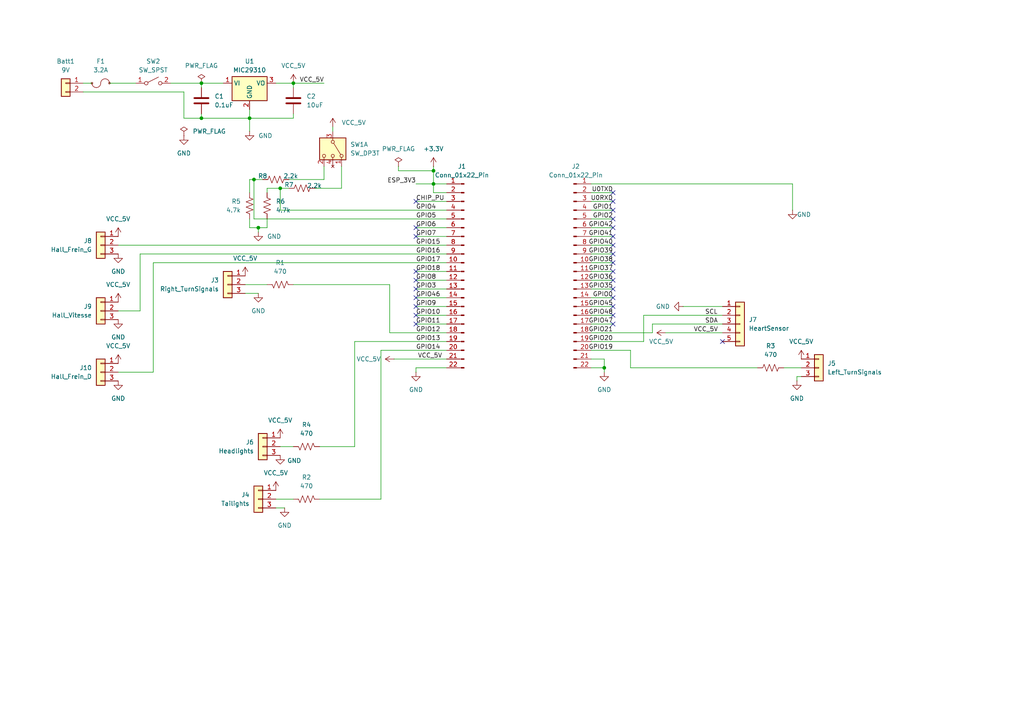
<source format=kicad_sch>
(kicad_sch
	(version 20231120)
	(generator "eeschema")
	(generator_version "8.0")
	(uuid "3921aa7e-f10b-4978-8eed-15a40d4644ea")
	(paper "A4")
	(lib_symbols
		(symbol "Connector:Conn_01x22_Pin"
			(pin_names
				(offset 1.016) hide)
			(exclude_from_sim no)
			(in_bom yes)
			(on_board yes)
			(property "Reference" "J"
				(at 0 27.94 0)
				(effects
					(font
						(size 1.27 1.27)
					)
				)
			)
			(property "Value" "Conn_01x22_Pin"
				(at 0 -30.48 0)
				(effects
					(font
						(size 1.27 1.27)
					)
				)
			)
			(property "Footprint" ""
				(at 0 0 0)
				(effects
					(font
						(size 1.27 1.27)
					)
					(hide yes)
				)
			)
			(property "Datasheet" "~"
				(at 0 0 0)
				(effects
					(font
						(size 1.27 1.27)
					)
					(hide yes)
				)
			)
			(property "Description" "Generic connector, single row, 01x22, script generated"
				(at 0 0 0)
				(effects
					(font
						(size 1.27 1.27)
					)
					(hide yes)
				)
			)
			(property "ki_locked" ""
				(at 0 0 0)
				(effects
					(font
						(size 1.27 1.27)
					)
				)
			)
			(property "ki_keywords" "connector"
				(at 0 0 0)
				(effects
					(font
						(size 1.27 1.27)
					)
					(hide yes)
				)
			)
			(property "ki_fp_filters" "Connector*:*_1x??_*"
				(at 0 0 0)
				(effects
					(font
						(size 1.27 1.27)
					)
					(hide yes)
				)
			)
			(symbol "Conn_01x22_Pin_1_1"
				(polyline
					(pts
						(xy 1.27 -27.94) (xy 0.8636 -27.94)
					)
					(stroke
						(width 0.1524)
						(type default)
					)
					(fill
						(type none)
					)
				)
				(polyline
					(pts
						(xy 1.27 -25.4) (xy 0.8636 -25.4)
					)
					(stroke
						(width 0.1524)
						(type default)
					)
					(fill
						(type none)
					)
				)
				(polyline
					(pts
						(xy 1.27 -22.86) (xy 0.8636 -22.86)
					)
					(stroke
						(width 0.1524)
						(type default)
					)
					(fill
						(type none)
					)
				)
				(polyline
					(pts
						(xy 1.27 -20.32) (xy 0.8636 -20.32)
					)
					(stroke
						(width 0.1524)
						(type default)
					)
					(fill
						(type none)
					)
				)
				(polyline
					(pts
						(xy 1.27 -17.78) (xy 0.8636 -17.78)
					)
					(stroke
						(width 0.1524)
						(type default)
					)
					(fill
						(type none)
					)
				)
				(polyline
					(pts
						(xy 1.27 -15.24) (xy 0.8636 -15.24)
					)
					(stroke
						(width 0.1524)
						(type default)
					)
					(fill
						(type none)
					)
				)
				(polyline
					(pts
						(xy 1.27 -12.7) (xy 0.8636 -12.7)
					)
					(stroke
						(width 0.1524)
						(type default)
					)
					(fill
						(type none)
					)
				)
				(polyline
					(pts
						(xy 1.27 -10.16) (xy 0.8636 -10.16)
					)
					(stroke
						(width 0.1524)
						(type default)
					)
					(fill
						(type none)
					)
				)
				(polyline
					(pts
						(xy 1.27 -7.62) (xy 0.8636 -7.62)
					)
					(stroke
						(width 0.1524)
						(type default)
					)
					(fill
						(type none)
					)
				)
				(polyline
					(pts
						(xy 1.27 -5.08) (xy 0.8636 -5.08)
					)
					(stroke
						(width 0.1524)
						(type default)
					)
					(fill
						(type none)
					)
				)
				(polyline
					(pts
						(xy 1.27 -2.54) (xy 0.8636 -2.54)
					)
					(stroke
						(width 0.1524)
						(type default)
					)
					(fill
						(type none)
					)
				)
				(polyline
					(pts
						(xy 1.27 0) (xy 0.8636 0)
					)
					(stroke
						(width 0.1524)
						(type default)
					)
					(fill
						(type none)
					)
				)
				(polyline
					(pts
						(xy 1.27 2.54) (xy 0.8636 2.54)
					)
					(stroke
						(width 0.1524)
						(type default)
					)
					(fill
						(type none)
					)
				)
				(polyline
					(pts
						(xy 1.27 5.08) (xy 0.8636 5.08)
					)
					(stroke
						(width 0.1524)
						(type default)
					)
					(fill
						(type none)
					)
				)
				(polyline
					(pts
						(xy 1.27 7.62) (xy 0.8636 7.62)
					)
					(stroke
						(width 0.1524)
						(type default)
					)
					(fill
						(type none)
					)
				)
				(polyline
					(pts
						(xy 1.27 10.16) (xy 0.8636 10.16)
					)
					(stroke
						(width 0.1524)
						(type default)
					)
					(fill
						(type none)
					)
				)
				(polyline
					(pts
						(xy 1.27 12.7) (xy 0.8636 12.7)
					)
					(stroke
						(width 0.1524)
						(type default)
					)
					(fill
						(type none)
					)
				)
				(polyline
					(pts
						(xy 1.27 15.24) (xy 0.8636 15.24)
					)
					(stroke
						(width 0.1524)
						(type default)
					)
					(fill
						(type none)
					)
				)
				(polyline
					(pts
						(xy 1.27 17.78) (xy 0.8636 17.78)
					)
					(stroke
						(width 0.1524)
						(type default)
					)
					(fill
						(type none)
					)
				)
				(polyline
					(pts
						(xy 1.27 20.32) (xy 0.8636 20.32)
					)
					(stroke
						(width 0.1524)
						(type default)
					)
					(fill
						(type none)
					)
				)
				(polyline
					(pts
						(xy 1.27 22.86) (xy 0.8636 22.86)
					)
					(stroke
						(width 0.1524)
						(type default)
					)
					(fill
						(type none)
					)
				)
				(polyline
					(pts
						(xy 1.27 25.4) (xy 0.8636 25.4)
					)
					(stroke
						(width 0.1524)
						(type default)
					)
					(fill
						(type none)
					)
				)
				(rectangle
					(start 0.8636 -27.813)
					(end 0 -28.067)
					(stroke
						(width 0.1524)
						(type default)
					)
					(fill
						(type outline)
					)
				)
				(rectangle
					(start 0.8636 -25.273)
					(end 0 -25.527)
					(stroke
						(width 0.1524)
						(type default)
					)
					(fill
						(type outline)
					)
				)
				(rectangle
					(start 0.8636 -22.733)
					(end 0 -22.987)
					(stroke
						(width 0.1524)
						(type default)
					)
					(fill
						(type outline)
					)
				)
				(rectangle
					(start 0.8636 -20.193)
					(end 0 -20.447)
					(stroke
						(width 0.1524)
						(type default)
					)
					(fill
						(type outline)
					)
				)
				(rectangle
					(start 0.8636 -17.653)
					(end 0 -17.907)
					(stroke
						(width 0.1524)
						(type default)
					)
					(fill
						(type outline)
					)
				)
				(rectangle
					(start 0.8636 -15.113)
					(end 0 -15.367)
					(stroke
						(width 0.1524)
						(type default)
					)
					(fill
						(type outline)
					)
				)
				(rectangle
					(start 0.8636 -12.573)
					(end 0 -12.827)
					(stroke
						(width 0.1524)
						(type default)
					)
					(fill
						(type outline)
					)
				)
				(rectangle
					(start 0.8636 -10.033)
					(end 0 -10.287)
					(stroke
						(width 0.1524)
						(type default)
					)
					(fill
						(type outline)
					)
				)
				(rectangle
					(start 0.8636 -7.493)
					(end 0 -7.747)
					(stroke
						(width 0.1524)
						(type default)
					)
					(fill
						(type outline)
					)
				)
				(rectangle
					(start 0.8636 -4.953)
					(end 0 -5.207)
					(stroke
						(width 0.1524)
						(type default)
					)
					(fill
						(type outline)
					)
				)
				(rectangle
					(start 0.8636 -2.413)
					(end 0 -2.667)
					(stroke
						(width 0.1524)
						(type default)
					)
					(fill
						(type outline)
					)
				)
				(rectangle
					(start 0.8636 0.127)
					(end 0 -0.127)
					(stroke
						(width 0.1524)
						(type default)
					)
					(fill
						(type outline)
					)
				)
				(rectangle
					(start 0.8636 2.667)
					(end 0 2.413)
					(stroke
						(width 0.1524)
						(type default)
					)
					(fill
						(type outline)
					)
				)
				(rectangle
					(start 0.8636 5.207)
					(end 0 4.953)
					(stroke
						(width 0.1524)
						(type default)
					)
					(fill
						(type outline)
					)
				)
				(rectangle
					(start 0.8636 7.747)
					(end 0 7.493)
					(stroke
						(width 0.1524)
						(type default)
					)
					(fill
						(type outline)
					)
				)
				(rectangle
					(start 0.8636 10.287)
					(end 0 10.033)
					(stroke
						(width 0.1524)
						(type default)
					)
					(fill
						(type outline)
					)
				)
				(rectangle
					(start 0.8636 12.827)
					(end 0 12.573)
					(stroke
						(width 0.1524)
						(type default)
					)
					(fill
						(type outline)
					)
				)
				(rectangle
					(start 0.8636 15.367)
					(end 0 15.113)
					(stroke
						(width 0.1524)
						(type default)
					)
					(fill
						(type outline)
					)
				)
				(rectangle
					(start 0.8636 17.907)
					(end 0 17.653)
					(stroke
						(width 0.1524)
						(type default)
					)
					(fill
						(type outline)
					)
				)
				(rectangle
					(start 0.8636 20.447)
					(end 0 20.193)
					(stroke
						(width 0.1524)
						(type default)
					)
					(fill
						(type outline)
					)
				)
				(rectangle
					(start 0.8636 22.987)
					(end 0 22.733)
					(stroke
						(width 0.1524)
						(type default)
					)
					(fill
						(type outline)
					)
				)
				(rectangle
					(start 0.8636 25.527)
					(end 0 25.273)
					(stroke
						(width 0.1524)
						(type default)
					)
					(fill
						(type outline)
					)
				)
				(pin passive line
					(at 5.08 25.4 180)
					(length 3.81)
					(name "Pin_1"
						(effects
							(font
								(size 1.27 1.27)
							)
						)
					)
					(number "1"
						(effects
							(font
								(size 1.27 1.27)
							)
						)
					)
				)
				(pin passive line
					(at 5.08 2.54 180)
					(length 3.81)
					(name "Pin_10"
						(effects
							(font
								(size 1.27 1.27)
							)
						)
					)
					(number "10"
						(effects
							(font
								(size 1.27 1.27)
							)
						)
					)
				)
				(pin passive line
					(at 5.08 0 180)
					(length 3.81)
					(name "Pin_11"
						(effects
							(font
								(size 1.27 1.27)
							)
						)
					)
					(number "11"
						(effects
							(font
								(size 1.27 1.27)
							)
						)
					)
				)
				(pin passive line
					(at 5.08 -2.54 180)
					(length 3.81)
					(name "Pin_12"
						(effects
							(font
								(size 1.27 1.27)
							)
						)
					)
					(number "12"
						(effects
							(font
								(size 1.27 1.27)
							)
						)
					)
				)
				(pin passive line
					(at 5.08 -5.08 180)
					(length 3.81)
					(name "Pin_13"
						(effects
							(font
								(size 1.27 1.27)
							)
						)
					)
					(number "13"
						(effects
							(font
								(size 1.27 1.27)
							)
						)
					)
				)
				(pin passive line
					(at 5.08 -7.62 180)
					(length 3.81)
					(name "Pin_14"
						(effects
							(font
								(size 1.27 1.27)
							)
						)
					)
					(number "14"
						(effects
							(font
								(size 1.27 1.27)
							)
						)
					)
				)
				(pin passive line
					(at 5.08 -10.16 180)
					(length 3.81)
					(name "Pin_15"
						(effects
							(font
								(size 1.27 1.27)
							)
						)
					)
					(number "15"
						(effects
							(font
								(size 1.27 1.27)
							)
						)
					)
				)
				(pin passive line
					(at 5.08 -12.7 180)
					(length 3.81)
					(name "Pin_16"
						(effects
							(font
								(size 1.27 1.27)
							)
						)
					)
					(number "16"
						(effects
							(font
								(size 1.27 1.27)
							)
						)
					)
				)
				(pin passive line
					(at 5.08 -15.24 180)
					(length 3.81)
					(name "Pin_17"
						(effects
							(font
								(size 1.27 1.27)
							)
						)
					)
					(number "17"
						(effects
							(font
								(size 1.27 1.27)
							)
						)
					)
				)
				(pin passive line
					(at 5.08 -17.78 180)
					(length 3.81)
					(name "Pin_18"
						(effects
							(font
								(size 1.27 1.27)
							)
						)
					)
					(number "18"
						(effects
							(font
								(size 1.27 1.27)
							)
						)
					)
				)
				(pin passive line
					(at 5.08 -20.32 180)
					(length 3.81)
					(name "Pin_19"
						(effects
							(font
								(size 1.27 1.27)
							)
						)
					)
					(number "19"
						(effects
							(font
								(size 1.27 1.27)
							)
						)
					)
				)
				(pin passive line
					(at 5.08 22.86 180)
					(length 3.81)
					(name "Pin_2"
						(effects
							(font
								(size 1.27 1.27)
							)
						)
					)
					(number "2"
						(effects
							(font
								(size 1.27 1.27)
							)
						)
					)
				)
				(pin passive line
					(at 5.08 -22.86 180)
					(length 3.81)
					(name "Pin_20"
						(effects
							(font
								(size 1.27 1.27)
							)
						)
					)
					(number "20"
						(effects
							(font
								(size 1.27 1.27)
							)
						)
					)
				)
				(pin passive line
					(at 5.08 -25.4 180)
					(length 3.81)
					(name "Pin_21"
						(effects
							(font
								(size 1.27 1.27)
							)
						)
					)
					(number "21"
						(effects
							(font
								(size 1.27 1.27)
							)
						)
					)
				)
				(pin passive line
					(at 5.08 -27.94 180)
					(length 3.81)
					(name "Pin_22"
						(effects
							(font
								(size 1.27 1.27)
							)
						)
					)
					(number "22"
						(effects
							(font
								(size 1.27 1.27)
							)
						)
					)
				)
				(pin passive line
					(at 5.08 20.32 180)
					(length 3.81)
					(name "Pin_3"
						(effects
							(font
								(size 1.27 1.27)
							)
						)
					)
					(number "3"
						(effects
							(font
								(size 1.27 1.27)
							)
						)
					)
				)
				(pin passive line
					(at 5.08 17.78 180)
					(length 3.81)
					(name "Pin_4"
						(effects
							(font
								(size 1.27 1.27)
							)
						)
					)
					(number "4"
						(effects
							(font
								(size 1.27 1.27)
							)
						)
					)
				)
				(pin passive line
					(at 5.08 15.24 180)
					(length 3.81)
					(name "Pin_5"
						(effects
							(font
								(size 1.27 1.27)
							)
						)
					)
					(number "5"
						(effects
							(font
								(size 1.27 1.27)
							)
						)
					)
				)
				(pin passive line
					(at 5.08 12.7 180)
					(length 3.81)
					(name "Pin_6"
						(effects
							(font
								(size 1.27 1.27)
							)
						)
					)
					(number "6"
						(effects
							(font
								(size 1.27 1.27)
							)
						)
					)
				)
				(pin passive line
					(at 5.08 10.16 180)
					(length 3.81)
					(name "Pin_7"
						(effects
							(font
								(size 1.27 1.27)
							)
						)
					)
					(number "7"
						(effects
							(font
								(size 1.27 1.27)
							)
						)
					)
				)
				(pin passive line
					(at 5.08 7.62 180)
					(length 3.81)
					(name "Pin_8"
						(effects
							(font
								(size 1.27 1.27)
							)
						)
					)
					(number "8"
						(effects
							(font
								(size 1.27 1.27)
							)
						)
					)
				)
				(pin passive line
					(at 5.08 5.08 180)
					(length 3.81)
					(name "Pin_9"
						(effects
							(font
								(size 1.27 1.27)
							)
						)
					)
					(number "9"
						(effects
							(font
								(size 1.27 1.27)
							)
						)
					)
				)
			)
		)
		(symbol "Connector_Generic:Conn_01x02"
			(pin_names
				(offset 1.016) hide)
			(exclude_from_sim no)
			(in_bom yes)
			(on_board yes)
			(property "Reference" "J"
				(at 0 2.54 0)
				(effects
					(font
						(size 1.27 1.27)
					)
				)
			)
			(property "Value" "Conn_01x02"
				(at 0 -5.08 0)
				(effects
					(font
						(size 1.27 1.27)
					)
				)
			)
			(property "Footprint" ""
				(at 0 0 0)
				(effects
					(font
						(size 1.27 1.27)
					)
					(hide yes)
				)
			)
			(property "Datasheet" "~"
				(at 0 0 0)
				(effects
					(font
						(size 1.27 1.27)
					)
					(hide yes)
				)
			)
			(property "Description" "Generic connector, single row, 01x02, script generated (kicad-library-utils/schlib/autogen/connector/)"
				(at 0 0 0)
				(effects
					(font
						(size 1.27 1.27)
					)
					(hide yes)
				)
			)
			(property "ki_keywords" "connector"
				(at 0 0 0)
				(effects
					(font
						(size 1.27 1.27)
					)
					(hide yes)
				)
			)
			(property "ki_fp_filters" "Connector*:*_1x??_*"
				(at 0 0 0)
				(effects
					(font
						(size 1.27 1.27)
					)
					(hide yes)
				)
			)
			(symbol "Conn_01x02_1_1"
				(rectangle
					(start -1.27 -2.413)
					(end 0 -2.667)
					(stroke
						(width 0.1524)
						(type default)
					)
					(fill
						(type none)
					)
				)
				(rectangle
					(start -1.27 0.127)
					(end 0 -0.127)
					(stroke
						(width 0.1524)
						(type default)
					)
					(fill
						(type none)
					)
				)
				(rectangle
					(start -1.27 1.27)
					(end 1.27 -3.81)
					(stroke
						(width 0.254)
						(type default)
					)
					(fill
						(type background)
					)
				)
				(pin passive line
					(at -5.08 0 0)
					(length 3.81)
					(name "Pin_1"
						(effects
							(font
								(size 1.27 1.27)
							)
						)
					)
					(number "1"
						(effects
							(font
								(size 1.27 1.27)
							)
						)
					)
				)
				(pin passive line
					(at -5.08 -2.54 0)
					(length 3.81)
					(name "Pin_2"
						(effects
							(font
								(size 1.27 1.27)
							)
						)
					)
					(number "2"
						(effects
							(font
								(size 1.27 1.27)
							)
						)
					)
				)
			)
		)
		(symbol "Connector_Generic:Conn_01x03"
			(pin_names
				(offset 1.016) hide)
			(exclude_from_sim no)
			(in_bom yes)
			(on_board yes)
			(property "Reference" "J"
				(at 0 5.08 0)
				(effects
					(font
						(size 1.27 1.27)
					)
				)
			)
			(property "Value" "Conn_01x03"
				(at 0 -5.08 0)
				(effects
					(font
						(size 1.27 1.27)
					)
				)
			)
			(property "Footprint" ""
				(at 0 0 0)
				(effects
					(font
						(size 1.27 1.27)
					)
					(hide yes)
				)
			)
			(property "Datasheet" "~"
				(at 0 0 0)
				(effects
					(font
						(size 1.27 1.27)
					)
					(hide yes)
				)
			)
			(property "Description" "Generic connector, single row, 01x03, script generated (kicad-library-utils/schlib/autogen/connector/)"
				(at 0 0 0)
				(effects
					(font
						(size 1.27 1.27)
					)
					(hide yes)
				)
			)
			(property "ki_keywords" "connector"
				(at 0 0 0)
				(effects
					(font
						(size 1.27 1.27)
					)
					(hide yes)
				)
			)
			(property "ki_fp_filters" "Connector*:*_1x??_*"
				(at 0 0 0)
				(effects
					(font
						(size 1.27 1.27)
					)
					(hide yes)
				)
			)
			(symbol "Conn_01x03_1_1"
				(rectangle
					(start -1.27 -2.413)
					(end 0 -2.667)
					(stroke
						(width 0.1524)
						(type default)
					)
					(fill
						(type none)
					)
				)
				(rectangle
					(start -1.27 0.127)
					(end 0 -0.127)
					(stroke
						(width 0.1524)
						(type default)
					)
					(fill
						(type none)
					)
				)
				(rectangle
					(start -1.27 2.667)
					(end 0 2.413)
					(stroke
						(width 0.1524)
						(type default)
					)
					(fill
						(type none)
					)
				)
				(rectangle
					(start -1.27 3.81)
					(end 1.27 -3.81)
					(stroke
						(width 0.254)
						(type default)
					)
					(fill
						(type background)
					)
				)
				(pin passive line
					(at -5.08 2.54 0)
					(length 3.81)
					(name "Pin_1"
						(effects
							(font
								(size 1.27 1.27)
							)
						)
					)
					(number "1"
						(effects
							(font
								(size 1.27 1.27)
							)
						)
					)
				)
				(pin passive line
					(at -5.08 0 0)
					(length 3.81)
					(name "Pin_2"
						(effects
							(font
								(size 1.27 1.27)
							)
						)
					)
					(number "2"
						(effects
							(font
								(size 1.27 1.27)
							)
						)
					)
				)
				(pin passive line
					(at -5.08 -2.54 0)
					(length 3.81)
					(name "Pin_3"
						(effects
							(font
								(size 1.27 1.27)
							)
						)
					)
					(number "3"
						(effects
							(font
								(size 1.27 1.27)
							)
						)
					)
				)
			)
		)
		(symbol "Connector_Generic:Conn_01x05"
			(pin_names
				(offset 1.016) hide)
			(exclude_from_sim no)
			(in_bom yes)
			(on_board yes)
			(property "Reference" "J"
				(at 0 7.62 0)
				(effects
					(font
						(size 1.27 1.27)
					)
				)
			)
			(property "Value" "Conn_01x05"
				(at 0 -7.62 0)
				(effects
					(font
						(size 1.27 1.27)
					)
				)
			)
			(property "Footprint" ""
				(at 0 0 0)
				(effects
					(font
						(size 1.27 1.27)
					)
					(hide yes)
				)
			)
			(property "Datasheet" "~"
				(at 0 0 0)
				(effects
					(font
						(size 1.27 1.27)
					)
					(hide yes)
				)
			)
			(property "Description" "Generic connector, single row, 01x05, script generated (kicad-library-utils/schlib/autogen/connector/)"
				(at 0 0 0)
				(effects
					(font
						(size 1.27 1.27)
					)
					(hide yes)
				)
			)
			(property "ki_keywords" "connector"
				(at 0 0 0)
				(effects
					(font
						(size 1.27 1.27)
					)
					(hide yes)
				)
			)
			(property "ki_fp_filters" "Connector*:*_1x??_*"
				(at 0 0 0)
				(effects
					(font
						(size 1.27 1.27)
					)
					(hide yes)
				)
			)
			(symbol "Conn_01x05_1_1"
				(rectangle
					(start -1.27 -4.953)
					(end 0 -5.207)
					(stroke
						(width 0.1524)
						(type default)
					)
					(fill
						(type none)
					)
				)
				(rectangle
					(start -1.27 -2.413)
					(end 0 -2.667)
					(stroke
						(width 0.1524)
						(type default)
					)
					(fill
						(type none)
					)
				)
				(rectangle
					(start -1.27 0.127)
					(end 0 -0.127)
					(stroke
						(width 0.1524)
						(type default)
					)
					(fill
						(type none)
					)
				)
				(rectangle
					(start -1.27 2.667)
					(end 0 2.413)
					(stroke
						(width 0.1524)
						(type default)
					)
					(fill
						(type none)
					)
				)
				(rectangle
					(start -1.27 5.207)
					(end 0 4.953)
					(stroke
						(width 0.1524)
						(type default)
					)
					(fill
						(type none)
					)
				)
				(rectangle
					(start -1.27 6.35)
					(end 1.27 -6.35)
					(stroke
						(width 0.254)
						(type default)
					)
					(fill
						(type background)
					)
				)
				(pin passive line
					(at -5.08 5.08 0)
					(length 3.81)
					(name "Pin_1"
						(effects
							(font
								(size 1.27 1.27)
							)
						)
					)
					(number "1"
						(effects
							(font
								(size 1.27 1.27)
							)
						)
					)
				)
				(pin passive line
					(at -5.08 2.54 0)
					(length 3.81)
					(name "Pin_2"
						(effects
							(font
								(size 1.27 1.27)
							)
						)
					)
					(number "2"
						(effects
							(font
								(size 1.27 1.27)
							)
						)
					)
				)
				(pin passive line
					(at -5.08 0 0)
					(length 3.81)
					(name "Pin_3"
						(effects
							(font
								(size 1.27 1.27)
							)
						)
					)
					(number "3"
						(effects
							(font
								(size 1.27 1.27)
							)
						)
					)
				)
				(pin passive line
					(at -5.08 -2.54 0)
					(length 3.81)
					(name "Pin_4"
						(effects
							(font
								(size 1.27 1.27)
							)
						)
					)
					(number "4"
						(effects
							(font
								(size 1.27 1.27)
							)
						)
					)
				)
				(pin passive line
					(at -5.08 -5.08 0)
					(length 3.81)
					(name "Pin_5"
						(effects
							(font
								(size 1.27 1.27)
							)
						)
					)
					(number "5"
						(effects
							(font
								(size 1.27 1.27)
							)
						)
					)
				)
			)
		)
		(symbol "Device:C"
			(pin_numbers hide)
			(pin_names
				(offset 0.254)
			)
			(exclude_from_sim no)
			(in_bom yes)
			(on_board yes)
			(property "Reference" "C"
				(at 0.635 2.54 0)
				(effects
					(font
						(size 1.27 1.27)
					)
					(justify left)
				)
			)
			(property "Value" "C"
				(at 0.635 -2.54 0)
				(effects
					(font
						(size 1.27 1.27)
					)
					(justify left)
				)
			)
			(property "Footprint" ""
				(at 0.9652 -3.81 0)
				(effects
					(font
						(size 1.27 1.27)
					)
					(hide yes)
				)
			)
			(property "Datasheet" "~"
				(at 0 0 0)
				(effects
					(font
						(size 1.27 1.27)
					)
					(hide yes)
				)
			)
			(property "Description" "Unpolarized capacitor"
				(at 0 0 0)
				(effects
					(font
						(size 1.27 1.27)
					)
					(hide yes)
				)
			)
			(property "ki_keywords" "cap capacitor"
				(at 0 0 0)
				(effects
					(font
						(size 1.27 1.27)
					)
					(hide yes)
				)
			)
			(property "ki_fp_filters" "C_*"
				(at 0 0 0)
				(effects
					(font
						(size 1.27 1.27)
					)
					(hide yes)
				)
			)
			(symbol "C_0_1"
				(polyline
					(pts
						(xy -2.032 -0.762) (xy 2.032 -0.762)
					)
					(stroke
						(width 0.508)
						(type default)
					)
					(fill
						(type none)
					)
				)
				(polyline
					(pts
						(xy -2.032 0.762) (xy 2.032 0.762)
					)
					(stroke
						(width 0.508)
						(type default)
					)
					(fill
						(type none)
					)
				)
			)
			(symbol "C_1_1"
				(pin passive line
					(at 0 3.81 270)
					(length 2.794)
					(name "~"
						(effects
							(font
								(size 1.27 1.27)
							)
						)
					)
					(number "1"
						(effects
							(font
								(size 1.27 1.27)
							)
						)
					)
				)
				(pin passive line
					(at 0 -3.81 90)
					(length 2.794)
					(name "~"
						(effects
							(font
								(size 1.27 1.27)
							)
						)
					)
					(number "2"
						(effects
							(font
								(size 1.27 1.27)
							)
						)
					)
				)
			)
		)
		(symbol "Device:R_US"
			(pin_numbers hide)
			(pin_names
				(offset 0)
			)
			(exclude_from_sim no)
			(in_bom yes)
			(on_board yes)
			(property "Reference" "R"
				(at 2.54 0 90)
				(effects
					(font
						(size 1.27 1.27)
					)
				)
			)
			(property "Value" "R_US"
				(at -2.54 0 90)
				(effects
					(font
						(size 1.27 1.27)
					)
				)
			)
			(property "Footprint" ""
				(at 1.016 -0.254 90)
				(effects
					(font
						(size 1.27 1.27)
					)
					(hide yes)
				)
			)
			(property "Datasheet" "~"
				(at 0 0 0)
				(effects
					(font
						(size 1.27 1.27)
					)
					(hide yes)
				)
			)
			(property "Description" "Resistor, US symbol"
				(at 0 0 0)
				(effects
					(font
						(size 1.27 1.27)
					)
					(hide yes)
				)
			)
			(property "ki_keywords" "R res resistor"
				(at 0 0 0)
				(effects
					(font
						(size 1.27 1.27)
					)
					(hide yes)
				)
			)
			(property "ki_fp_filters" "R_*"
				(at 0 0 0)
				(effects
					(font
						(size 1.27 1.27)
					)
					(hide yes)
				)
			)
			(symbol "R_US_0_1"
				(polyline
					(pts
						(xy 0 -2.286) (xy 0 -2.54)
					)
					(stroke
						(width 0)
						(type default)
					)
					(fill
						(type none)
					)
				)
				(polyline
					(pts
						(xy 0 2.286) (xy 0 2.54)
					)
					(stroke
						(width 0)
						(type default)
					)
					(fill
						(type none)
					)
				)
				(polyline
					(pts
						(xy 0 -0.762) (xy 1.016 -1.143) (xy 0 -1.524) (xy -1.016 -1.905) (xy 0 -2.286)
					)
					(stroke
						(width 0)
						(type default)
					)
					(fill
						(type none)
					)
				)
				(polyline
					(pts
						(xy 0 0.762) (xy 1.016 0.381) (xy 0 0) (xy -1.016 -0.381) (xy 0 -0.762)
					)
					(stroke
						(width 0)
						(type default)
					)
					(fill
						(type none)
					)
				)
				(polyline
					(pts
						(xy 0 2.286) (xy 1.016 1.905) (xy 0 1.524) (xy -1.016 1.143) (xy 0 0.762)
					)
					(stroke
						(width 0)
						(type default)
					)
					(fill
						(type none)
					)
				)
			)
			(symbol "R_US_1_1"
				(pin passive line
					(at 0 3.81 270)
					(length 1.27)
					(name "~"
						(effects
							(font
								(size 1.27 1.27)
							)
						)
					)
					(number "1"
						(effects
							(font
								(size 1.27 1.27)
							)
						)
					)
				)
				(pin passive line
					(at 0 -3.81 90)
					(length 1.27)
					(name "~"
						(effects
							(font
								(size 1.27 1.27)
							)
						)
					)
					(number "2"
						(effects
							(font
								(size 1.27 1.27)
							)
						)
					)
				)
			)
		)
		(symbol "Library_project:Fuse"
			(exclude_from_sim no)
			(in_bom yes)
			(on_board yes)
			(property "Reference" "F"
				(at 0 0 0)
				(effects
					(font
						(size 1.27 1.27)
					)
				)
			)
			(property "Value" ""
				(at 0 0 0)
				(effects
					(font
						(size 1.27 1.27)
					)
				)
			)
			(property "Footprint" ""
				(at 0 0 0)
				(effects
					(font
						(size 1.27 1.27)
					)
					(hide yes)
				)
			)
			(property "Datasheet" ""
				(at 0 0 0)
				(effects
					(font
						(size 1.27 1.27)
					)
					(hide yes)
				)
			)
			(property "Description" ""
				(at 0 0 0)
				(effects
					(font
						(size 1.27 1.27)
					)
					(hide yes)
				)
			)
			(symbol "Fuse_0_1"
				(circle
					(center -2.54 -2.54)
					(radius 0.254)
					(stroke
						(width 0)
						(type default)
					)
					(fill
						(type none)
					)
				)
				(arc
					(start -2.54 -2.54)
					(mid -2.168 -3.438)
					(end -1.27 -3.81)
					(stroke
						(width 0)
						(type default)
					)
					(fill
						(type none)
					)
				)
				(arc
					(start -1.27 -3.81)
					(mid -0.372 -3.438)
					(end 0 -2.54)
					(stroke
						(width 0)
						(type default)
					)
					(fill
						(type none)
					)
				)
				(arc
					(start 1.27 -1.27)
					(mid 0.372 -1.642)
					(end 0 -2.54)
					(stroke
						(width 0)
						(type default)
					)
					(fill
						(type none)
					)
				)
			)
			(symbol "Fuse_1_1"
				(arc
					(start 2.54 -2.54)
					(mid 2.168 -1.642)
					(end 1.27 -1.27)
					(stroke
						(width 0)
						(type default)
					)
					(fill
						(type none)
					)
				)
				(circle
					(center 2.54 -2.54)
					(radius 0.254)
					(stroke
						(width 0)
						(type solid)
					)
					(fill
						(type color)
						(color 0 0 0 0)
					)
				)
				(pin input line
					(at -2.54 -2.54 0)
					(length 2.54) hide
					(name ""
						(effects
							(font
								(size 1.27 1.27)
							)
						)
					)
					(number "1"
						(effects
							(font
								(size 1.27 1.27)
							)
						)
					)
				)
				(pin output line
					(at 2.54 -2.54 180)
					(length 2.54) hide
					(name ""
						(effects
							(font
								(size 1.27 1.27)
							)
						)
					)
					(number "2"
						(effects
							(font
								(size 1.27 1.27)
							)
						)
					)
				)
			)
		)
		(symbol "Regulator_Linear:LD1117S50TR_SOT223"
			(exclude_from_sim no)
			(in_bom yes)
			(on_board yes)
			(property "Reference" "U1"
				(at 0 6.35 0)
				(effects
					(font
						(size 1.27 1.27)
					)
				)
			)
			(property "Value" "MIC29310"
				(at 0 3.81 0)
				(effects
					(font
						(size 1.27 1.27)
					)
				)
			)
			(property "Footprint" "FootprintLibrary:REG_5V_3A"
				(at 0 11.43 0)
				(effects
					(font
						(size 1.27 1.27)
					)
					(hide yes)
				)
			)
			(property "Datasheet" "https://ww1.microchip.com/downloads/en/DeviceDoc/mic29310.pdf"
				(at 2.54 -8.128 0)
				(effects
					(font
						(size 1.27 1.27)
					)
					(hide yes)
				)
			)
			(property "Description" "800mA Fixed Low Drop Positive Voltage Regulator, Fixed Output 5.0V, SOT-223"
				(at 0.254 9.144 0)
				(effects
					(font
						(size 1.27 1.27)
					)
					(hide yes)
				)
			)
			(property "ki_keywords" "REGULATOR LDO 5.0V"
				(at 0 0 0)
				(effects
					(font
						(size 1.27 1.27)
					)
					(hide yes)
				)
			)
			(property "ki_fp_filters" "SOT?223*TabPin2*"
				(at 0 0 0)
				(effects
					(font
						(size 1.27 1.27)
					)
					(hide yes)
				)
			)
			(symbol "LD1117S50TR_SOT223_0_1"
				(rectangle
					(start -5.08 -5.08)
					(end 5.08 1.905)
					(stroke
						(width 0.254)
						(type default)
					)
					(fill
						(type background)
					)
				)
			)
			(symbol "LD1117S50TR_SOT223_1_1"
				(pin power_in line
					(at -7.62 0 0)
					(length 2.54)
					(name "VI"
						(effects
							(font
								(size 1.27 1.27)
							)
						)
					)
					(number "1"
						(effects
							(font
								(size 1.27 1.27)
							)
						)
					)
				)
				(pin power_in line
					(at 0 -7.62 90)
					(length 2.54)
					(name "GND"
						(effects
							(font
								(size 1.27 1.27)
							)
						)
					)
					(number "2"
						(effects
							(font
								(size 1.27 1.27)
							)
						)
					)
				)
				(pin power_out line
					(at 7.62 0 180)
					(length 2.54)
					(name "VO"
						(effects
							(font
								(size 1.27 1.27)
							)
						)
					)
					(number "3"
						(effects
							(font
								(size 1.27 1.27)
							)
						)
					)
				)
			)
		)
		(symbol "Switch:SW_DP3T"
			(pin_names
				(offset 0) hide)
			(exclude_from_sim no)
			(in_bom yes)
			(on_board yes)
			(property "Reference" "SW1"
				(at -1.2701 5.08 90)
				(effects
					(font
						(size 1.27 1.27)
					)
					(justify left)
				)
			)
			(property "Value" "SW_DP3T"
				(at 1.2699 5.08 90)
				(effects
					(font
						(size 1.27 1.27)
					)
					(justify left)
				)
			)
			(property "Footprint" "FootprintLibrary:CONN_3pos_GREEN"
				(at 1.778 -10.16 0)
				(effects
					(font
						(size 1.27 1.27)
					)
					(hide yes)
				)
			)
			(property "Datasheet" "~"
				(at -15.875 4.445 0)
				(effects
					(font
						(size 1.27 1.27)
					)
					(hide yes)
				)
			)
			(property "Description" "Switch, three position, dual pole triple throw, 3 position switch, SP3T"
				(at 1.016 -7.366 0)
				(effects
					(font
						(size 1.27 1.27)
					)
					(hide yes)
				)
			)
			(property "ki_keywords" "switch dp3t ON-ON-ON"
				(at 0 0 0)
				(effects
					(font
						(size 1.27 1.27)
					)
					(hide yes)
				)
			)
			(property "ki_fp_filters" "SW* DP3T*"
				(at 0 0 0)
				(effects
					(font
						(size 1.27 1.27)
					)
					(hide yes)
				)
			)
			(symbol "SW_DP3T_0_1"
				(rectangle
					(start -3.175 3.81)
					(end 3.175 -3.81)
					(stroke
						(width 0.254)
						(type default)
					)
					(fill
						(type background)
					)
				)
				(circle
					(center -2.032 0)
					(radius 0.4572)
					(stroke
						(width 0)
						(type default)
					)
					(fill
						(type none)
					)
				)
				(polyline
					(pts
						(xy -1.651 0.254) (xy 1.651 2.286)
					)
					(stroke
						(width 0)
						(type default)
					)
					(fill
						(type none)
					)
				)
				(circle
					(center 2.032 -2.54)
					(radius 0.4572)
					(stroke
						(width 0)
						(type default)
					)
					(fill
						(type none)
					)
				)
				(circle
					(center 2.032 0)
					(radius 0.4572)
					(stroke
						(width 0)
						(type default)
					)
					(fill
						(type none)
					)
				)
				(circle
					(center 2.032 2.54)
					(radius 0.4572)
					(stroke
						(width 0)
						(type default)
					)
					(fill
						(type none)
					)
				)
			)
			(symbol "SW_DP3T_1_1"
				(pin output line
					(at 5.08 2.54 180)
					(length 2.54)
					(name "IO1"
						(effects
							(font
								(size 1.27 1.27)
							)
						)
					)
					(number "1"
						(effects
							(font
								(size 1.27 1.27)
							)
						)
					)
				)
				(pin output line
					(at 5.08 -2.54 180)
					(length 2.54)
					(name "IO2"
						(effects
							(font
								(size 1.27 1.27)
							)
						)
					)
					(number "2"
						(effects
							(font
								(size 1.27 1.27)
							)
						)
					)
				)
				(pin power_in line
					(at -5.08 0 0)
					(length 2.54)
					(name "VCC"
						(effects
							(font
								(size 1.27 1.27)
							)
						)
					)
					(number "3"
						(effects
							(font
								(size 1.27 1.27)
							)
						)
					)
				)
				(pin no_connect line
					(at 5.08 0 180)
					(length 2.54)
					(name "NC"
						(effects
							(font
								(size 1.27 1.27)
							)
						)
					)
					(number "4"
						(effects
							(font
								(size 1.27 1.27)
							)
						)
					)
				)
			)
			(symbol "SW_DP3T_2_1"
				(pin passive line
					(at 5.08 2.54 180)
					(length 2.54)
					(name "5"
						(effects
							(font
								(size 1.27 1.27)
							)
						)
					)
					(number "5"
						(effects
							(font
								(size 1.27 1.27)
							)
						)
					)
				)
				(pin passive line
					(at 5.08 0 180)
					(length 2.54)
					(name "6"
						(effects
							(font
								(size 1.27 1.27)
							)
						)
					)
					(number "6"
						(effects
							(font
								(size 1.27 1.27)
							)
						)
					)
				)
				(pin passive line
					(at -5.08 0 0)
					(length 2.54)
					(name "7"
						(effects
							(font
								(size 1.27 1.27)
							)
						)
					)
					(number "7"
						(effects
							(font
								(size 1.27 1.27)
							)
						)
					)
				)
				(pin passive line
					(at 5.08 -2.54 180)
					(length 2.54)
					(name "8"
						(effects
							(font
								(size 1.27 1.27)
							)
						)
					)
					(number "8"
						(effects
							(font
								(size 1.27 1.27)
							)
						)
					)
				)
			)
		)
		(symbol "Switch:SW_SPST"
			(pin_names
				(offset 0) hide)
			(exclude_from_sim no)
			(in_bom yes)
			(on_board yes)
			(property "Reference" "SW"
				(at 0 3.175 0)
				(effects
					(font
						(size 1.27 1.27)
					)
				)
			)
			(property "Value" "SW_SPST"
				(at 0 -2.54 0)
				(effects
					(font
						(size 1.27 1.27)
					)
				)
			)
			(property "Footprint" ""
				(at 0 0 0)
				(effects
					(font
						(size 1.27 1.27)
					)
					(hide yes)
				)
			)
			(property "Datasheet" "~"
				(at 0 0 0)
				(effects
					(font
						(size 1.27 1.27)
					)
					(hide yes)
				)
			)
			(property "Description" "Single Pole Single Throw (SPST) switch"
				(at 0 0 0)
				(effects
					(font
						(size 1.27 1.27)
					)
					(hide yes)
				)
			)
			(property "ki_keywords" "switch lever"
				(at 0 0 0)
				(effects
					(font
						(size 1.27 1.27)
					)
					(hide yes)
				)
			)
			(symbol "SW_SPST_0_0"
				(circle
					(center -2.032 0)
					(radius 0.508)
					(stroke
						(width 0)
						(type default)
					)
					(fill
						(type none)
					)
				)
				(polyline
					(pts
						(xy -1.524 0.254) (xy 1.524 1.778)
					)
					(stroke
						(width 0)
						(type default)
					)
					(fill
						(type none)
					)
				)
				(circle
					(center 2.032 0)
					(radius 0.508)
					(stroke
						(width 0)
						(type default)
					)
					(fill
						(type none)
					)
				)
			)
			(symbol "SW_SPST_1_1"
				(pin passive line
					(at -5.08 0 0)
					(length 2.54)
					(name "A"
						(effects
							(font
								(size 1.27 1.27)
							)
						)
					)
					(number "1"
						(effects
							(font
								(size 1.27 1.27)
							)
						)
					)
				)
				(pin passive line
					(at 5.08 0 180)
					(length 2.54)
					(name "B"
						(effects
							(font
								(size 1.27 1.27)
							)
						)
					)
					(number "2"
						(effects
							(font
								(size 1.27 1.27)
							)
						)
					)
				)
			)
		)
		(symbol "power:+3.3V"
			(power)
			(pin_numbers hide)
			(pin_names
				(offset 0) hide)
			(exclude_from_sim no)
			(in_bom yes)
			(on_board yes)
			(property "Reference" "#PWR"
				(at 0 -3.81 0)
				(effects
					(font
						(size 1.27 1.27)
					)
					(hide yes)
				)
			)
			(property "Value" "+3.3V"
				(at 0 3.556 0)
				(effects
					(font
						(size 1.27 1.27)
					)
				)
			)
			(property "Footprint" ""
				(at 0 0 0)
				(effects
					(font
						(size 1.27 1.27)
					)
					(hide yes)
				)
			)
			(property "Datasheet" ""
				(at 0 0 0)
				(effects
					(font
						(size 1.27 1.27)
					)
					(hide yes)
				)
			)
			(property "Description" "Power symbol creates a global label with name \"+3.3V\""
				(at 0 0 0)
				(effects
					(font
						(size 1.27 1.27)
					)
					(hide yes)
				)
			)
			(property "ki_keywords" "global power"
				(at 0 0 0)
				(effects
					(font
						(size 1.27 1.27)
					)
					(hide yes)
				)
			)
			(symbol "+3.3V_0_1"
				(polyline
					(pts
						(xy -0.762 1.27) (xy 0 2.54)
					)
					(stroke
						(width 0)
						(type default)
					)
					(fill
						(type none)
					)
				)
				(polyline
					(pts
						(xy 0 0) (xy 0 2.54)
					)
					(stroke
						(width 0)
						(type default)
					)
					(fill
						(type none)
					)
				)
				(polyline
					(pts
						(xy 0 2.54) (xy 0.762 1.27)
					)
					(stroke
						(width 0)
						(type default)
					)
					(fill
						(type none)
					)
				)
			)
			(symbol "+3.3V_1_1"
				(pin power_in line
					(at 0 0 90)
					(length 0)
					(name "~"
						(effects
							(font
								(size 1.27 1.27)
							)
						)
					)
					(number "1"
						(effects
							(font
								(size 1.27 1.27)
							)
						)
					)
				)
			)
		)
		(symbol "power:+5V"
			(power)
			(pin_numbers hide)
			(pin_names
				(offset 0) hide)
			(exclude_from_sim no)
			(in_bom yes)
			(on_board yes)
			(property "Reference" "#PWR"
				(at 0 -3.81 0)
				(effects
					(font
						(size 1.27 1.27)
					)
					(hide yes)
				)
			)
			(property "Value" "+5V"
				(at 0 3.556 0)
				(effects
					(font
						(size 1.27 1.27)
					)
				)
			)
			(property "Footprint" ""
				(at 0 0 0)
				(effects
					(font
						(size 1.27 1.27)
					)
					(hide yes)
				)
			)
			(property "Datasheet" ""
				(at 0 0 0)
				(effects
					(font
						(size 1.27 1.27)
					)
					(hide yes)
				)
			)
			(property "Description" "Power symbol creates a global label with name \"+5V\""
				(at 0 0 0)
				(effects
					(font
						(size 1.27 1.27)
					)
					(hide yes)
				)
			)
			(property "ki_keywords" "global power"
				(at 0 0 0)
				(effects
					(font
						(size 1.27 1.27)
					)
					(hide yes)
				)
			)
			(symbol "+5V_0_1"
				(polyline
					(pts
						(xy -0.762 1.27) (xy 0 2.54)
					)
					(stroke
						(width 0)
						(type default)
					)
					(fill
						(type none)
					)
				)
				(polyline
					(pts
						(xy 0 0) (xy 0 2.54)
					)
					(stroke
						(width 0)
						(type default)
					)
					(fill
						(type none)
					)
				)
				(polyline
					(pts
						(xy 0 2.54) (xy 0.762 1.27)
					)
					(stroke
						(width 0)
						(type default)
					)
					(fill
						(type none)
					)
				)
			)
			(symbol "+5V_1_1"
				(pin power_in line
					(at 0 0 90)
					(length 0)
					(name "~"
						(effects
							(font
								(size 1.27 1.27)
							)
						)
					)
					(number "1"
						(effects
							(font
								(size 1.27 1.27)
							)
						)
					)
				)
			)
		)
		(symbol "power:GND"
			(power)
			(pin_numbers hide)
			(pin_names
				(offset 0) hide)
			(exclude_from_sim no)
			(in_bom yes)
			(on_board yes)
			(property "Reference" "#PWR"
				(at 0 -6.35 0)
				(effects
					(font
						(size 1.27 1.27)
					)
					(hide yes)
				)
			)
			(property "Value" "GND"
				(at 0 -3.81 0)
				(effects
					(font
						(size 1.27 1.27)
					)
				)
			)
			(property "Footprint" ""
				(at 0 0 0)
				(effects
					(font
						(size 1.27 1.27)
					)
					(hide yes)
				)
			)
			(property "Datasheet" ""
				(at 0 0 0)
				(effects
					(font
						(size 1.27 1.27)
					)
					(hide yes)
				)
			)
			(property "Description" "Power symbol creates a global label with name \"GND\" , ground"
				(at 0 0 0)
				(effects
					(font
						(size 1.27 1.27)
					)
					(hide yes)
				)
			)
			(property "ki_keywords" "global power"
				(at 0 0 0)
				(effects
					(font
						(size 1.27 1.27)
					)
					(hide yes)
				)
			)
			(symbol "GND_0_1"
				(polyline
					(pts
						(xy 0 0) (xy 0 -1.27) (xy 1.27 -1.27) (xy 0 -2.54) (xy -1.27 -1.27) (xy 0 -1.27)
					)
					(stroke
						(width 0)
						(type default)
					)
					(fill
						(type none)
					)
				)
			)
			(symbol "GND_1_1"
				(pin power_in line
					(at 0 0 270)
					(length 0)
					(name "~"
						(effects
							(font
								(size 1.27 1.27)
							)
						)
					)
					(number "1"
						(effects
							(font
								(size 1.27 1.27)
							)
						)
					)
				)
			)
		)
		(symbol "power:PWR_FLAG"
			(power)
			(pin_numbers hide)
			(pin_names
				(offset 0) hide)
			(exclude_from_sim no)
			(in_bom yes)
			(on_board yes)
			(property "Reference" "#FLG"
				(at 0 1.905 0)
				(effects
					(font
						(size 1.27 1.27)
					)
					(hide yes)
				)
			)
			(property "Value" "PWR_FLAG"
				(at 0 3.81 0)
				(effects
					(font
						(size 1.27 1.27)
					)
				)
			)
			(property "Footprint" ""
				(at 0 0 0)
				(effects
					(font
						(size 1.27 1.27)
					)
					(hide yes)
				)
			)
			(property "Datasheet" "~"
				(at 0 0 0)
				(effects
					(font
						(size 1.27 1.27)
					)
					(hide yes)
				)
			)
			(property "Description" "Special symbol for telling ERC where power comes from"
				(at 0 0 0)
				(effects
					(font
						(size 1.27 1.27)
					)
					(hide yes)
				)
			)
			(property "ki_keywords" "flag power"
				(at 0 0 0)
				(effects
					(font
						(size 1.27 1.27)
					)
					(hide yes)
				)
			)
			(symbol "PWR_FLAG_0_0"
				(pin power_out line
					(at 0 0 90)
					(length 0)
					(name "~"
						(effects
							(font
								(size 1.27 1.27)
							)
						)
					)
					(number "1"
						(effects
							(font
								(size 1.27 1.27)
							)
						)
					)
				)
			)
			(symbol "PWR_FLAG_0_1"
				(polyline
					(pts
						(xy 0 0) (xy 0 1.27) (xy -1.016 1.905) (xy 0 2.54) (xy 1.016 1.905) (xy 0 1.27)
					)
					(stroke
						(width 0)
						(type default)
					)
					(fill
						(type none)
					)
				)
			)
		)
	)
	(junction
		(at 73.66 52.07)
		(diameter 0)
		(color 0 0 0 0)
		(uuid "061a268e-fb26-4551-908a-d5716de24e34")
	)
	(junction
		(at 58.42 34.29)
		(diameter 0)
		(color 0 0 0 0)
		(uuid "2a22a396-eb8d-4c28-b1ac-63431e66cff1")
	)
	(junction
		(at 72.39 34.29)
		(diameter 0)
		(color 0 0 0 0)
		(uuid "2fae9383-6ea8-4ea0-afbd-47d3df2ee715")
	)
	(junction
		(at 74.93 66.04)
		(diameter 0)
		(color 0 0 0 0)
		(uuid "473dbf8c-9666-4b2f-b043-413645bdef0b")
	)
	(junction
		(at 125.73 49.53)
		(diameter 0)
		(color 0 0 0 0)
		(uuid "6915e12e-af05-4a57-aef1-9039d00c78a8")
	)
	(junction
		(at 125.73 53.34)
		(diameter 0)
		(color 0 0 0 0)
		(uuid "6c9d33d0-b9b0-4dcf-b0ee-f04b5a1028da")
	)
	(junction
		(at 81.28 54.61)
		(diameter 0)
		(color 0 0 0 0)
		(uuid "7ffe0bf8-b8ed-4e3a-b8c3-1b709ef781b2")
	)
	(junction
		(at 175.26 106.68)
		(diameter 0)
		(color 0 0 0 0)
		(uuid "bf64743a-2c98-4647-90d9-58f8370c044f")
	)
	(junction
		(at 58.42 24.13)
		(diameter 0)
		(color 0 0 0 0)
		(uuid "c48aefca-f8a6-4eb3-828c-b118491e90aa")
	)
	(junction
		(at 85.09 24.13)
		(diameter 0)
		(color 0 0 0 0)
		(uuid "d42f911b-9dd4-463e-8478-3e7de4a84cb0")
	)
	(no_connect
		(at 177.8 68.58)
		(uuid "064942e2-c773-493f-b02b-c064bca01cc6")
	)
	(no_connect
		(at 177.8 76.2)
		(uuid "0b742e7c-4ae0-4559-a3d7-6cc0c6b1ca15")
	)
	(no_connect
		(at 120.65 58.42)
		(uuid "15cce7c8-e1f6-4168-a41a-ed9101c4b469")
	)
	(no_connect
		(at 177.8 78.74)
		(uuid "22daeaef-c2b2-49de-9695-0a87f5bdd8c8")
	)
	(no_connect
		(at 120.65 91.44)
		(uuid "24e1f3ae-3b1b-46a4-8623-a8f7d4d3f490")
	)
	(no_connect
		(at 120.65 83.82)
		(uuid "286c22d5-a3a6-4421-ae93-fdcda7b45a3c")
	)
	(no_connect
		(at 120.65 68.58)
		(uuid "3e0a4116-6ed1-4a98-b18a-242840b5c9fc")
	)
	(no_connect
		(at 177.8 55.88)
		(uuid "4b98c3d4-4c90-46e4-b4b0-ab0b6bd8f896")
	)
	(no_connect
		(at 177.8 88.9)
		(uuid "4cf5b210-5704-4470-87c8-b80d1f62d534")
	)
	(no_connect
		(at 177.8 60.96)
		(uuid "5143e788-dfa6-4e31-b204-20756a8e658c")
	)
	(no_connect
		(at 177.8 83.82)
		(uuid "5458dc9b-6e68-4733-b49f-91233d5ee7d0")
	)
	(no_connect
		(at 209.55 99.06)
		(uuid "7e3e7bd8-1f5b-4a6f-b341-10e179b0b195")
	)
	(no_connect
		(at 177.8 91.44)
		(uuid "90563432-f5db-42c5-9bf9-e7e383c72fb1")
	)
	(no_connect
		(at 120.65 81.28)
		(uuid "9574407f-2bde-4150-952a-9f7e616b2ad5")
	)
	(no_connect
		(at 177.8 58.42)
		(uuid "a7191d94-9cb9-42c0-ae67-64aa74a378dc")
	)
	(no_connect
		(at 177.8 73.66)
		(uuid "b2510f69-2c4d-492c-84ed-fb1c86217889")
	)
	(no_connect
		(at 120.65 88.9)
		(uuid "b6f1aec1-4dd3-406c-a34b-5cdf44082e03")
	)
	(no_connect
		(at 120.65 66.04)
		(uuid "b8842722-9df5-4ea3-bb80-9c29114a5d8d")
	)
	(no_connect
		(at 177.8 81.28)
		(uuid "bd43673a-058d-4ea2-9e5b-210559face1a")
	)
	(no_connect
		(at 177.8 86.36)
		(uuid "c50974c0-4088-4fa8-8c8c-dd4cce4b1321")
	)
	(no_connect
		(at 177.8 63.5)
		(uuid "c80869a2-1ead-44d7-937d-90a00a8b3b00")
	)
	(no_connect
		(at 120.65 78.74)
		(uuid "ddbe360c-fddc-4170-b5f9-aa7094760353")
	)
	(no_connect
		(at 177.8 66.04)
		(uuid "dedb6b26-493e-454d-8501-9cd13653a6e2")
	)
	(no_connect
		(at 177.8 71.12)
		(uuid "e43d8647-8a9b-44cf-aea4-dc2531881cf8")
	)
	(no_connect
		(at 120.65 93.98)
		(uuid "ecf7a09d-2180-41b0-b660-43a153cbc3cf")
	)
	(no_connect
		(at 177.8 93.98)
		(uuid "f9cc1571-a814-4904-9626-c68427c0c586")
	)
	(no_connect
		(at 120.65 86.36)
		(uuid "f9fa1e12-26c7-432e-8f55-e114db0bd7e1")
	)
	(wire
		(pts
			(xy 129.54 86.36) (xy 120.65 86.36)
		)
		(stroke
			(width 0)
			(type default)
		)
		(uuid "036e164b-4c4d-4b8d-b72c-9b63c243085c")
	)
	(wire
		(pts
			(xy 171.45 68.58) (xy 177.8 68.58)
		)
		(stroke
			(width 0)
			(type default)
		)
		(uuid "03b4ffa8-cc07-42f6-ad2c-15710ecd1f28")
	)
	(wire
		(pts
			(xy 193.04 96.52) (xy 209.55 96.52)
		)
		(stroke
			(width 0)
			(type default)
		)
		(uuid "05e67653-009a-43ea-a970-8a9c5aad93b9")
	)
	(wire
		(pts
			(xy 198.12 88.9) (xy 209.55 88.9)
		)
		(stroke
			(width 0)
			(type default)
		)
		(uuid "06d96cd0-3965-45ca-905b-3bd103b32ead")
	)
	(wire
		(pts
			(xy 129.54 93.98) (xy 120.65 93.98)
		)
		(stroke
			(width 0)
			(type default)
		)
		(uuid "0817e5d1-962c-4d2d-9a0f-7d54212867e1")
	)
	(wire
		(pts
			(xy 72.39 66.04) (xy 74.93 66.04)
		)
		(stroke
			(width 0)
			(type default)
		)
		(uuid "0df59b20-ffae-4540-8ec2-d99963d512f5")
	)
	(wire
		(pts
			(xy 24.13 24.13) (xy 26.67 24.13)
		)
		(stroke
			(width 0)
			(type default)
		)
		(uuid "0e3b8f52-22e8-4fdc-b780-6ebd8d8161bd")
	)
	(wire
		(pts
			(xy 72.39 31.75) (xy 72.39 34.29)
		)
		(stroke
			(width 0)
			(type default)
		)
		(uuid "0e95d97e-140e-4853-8a75-bc9d80f6cd8b")
	)
	(wire
		(pts
			(xy 171.45 93.98) (xy 177.8 93.98)
		)
		(stroke
			(width 0)
			(type default)
		)
		(uuid "14b843eb-ee70-4e19-8842-0d00308de219")
	)
	(wire
		(pts
			(xy 85.09 25.4) (xy 85.09 24.13)
		)
		(stroke
			(width 0)
			(type default)
		)
		(uuid "15b82c7b-cff7-4147-83dc-83038c2621a3")
	)
	(wire
		(pts
			(xy 171.45 99.06) (xy 186.69 99.06)
		)
		(stroke
			(width 0)
			(type default)
		)
		(uuid "1d9705a6-43b2-42a5-8983-15a74f4cfa3b")
	)
	(wire
		(pts
			(xy 175.26 107.95) (xy 175.26 106.68)
		)
		(stroke
			(width 0)
			(type default)
		)
		(uuid "1e253d66-253d-434c-a954-4a0f04d7f73d")
	)
	(wire
		(pts
			(xy 72.39 52.07) (xy 73.66 52.07)
		)
		(stroke
			(width 0)
			(type default)
		)
		(uuid "1e7fba18-330b-40fb-8aa4-d76230a9bd14")
	)
	(wire
		(pts
			(xy 219.71 106.68) (xy 182.88 106.68)
		)
		(stroke
			(width 0)
			(type default)
		)
		(uuid "208888ea-bb2a-452e-835a-5e430ecfef1c")
	)
	(wire
		(pts
			(xy 175.26 106.68) (xy 175.26 104.14)
		)
		(stroke
			(width 0)
			(type default)
		)
		(uuid "22b5b551-3278-42c3-b78d-78e10262d1d0")
	)
	(wire
		(pts
			(xy 64.77 24.13) (xy 58.42 24.13)
		)
		(stroke
			(width 0)
			(type default)
		)
		(uuid "26086719-28f5-42d5-aef0-acbed7457e9b")
	)
	(wire
		(pts
			(xy 125.73 53.34) (xy 120.65 53.34)
		)
		(stroke
			(width 0)
			(type default)
		)
		(uuid "2ab1a0d4-c0fc-44f3-967f-f60f3e5299d9")
	)
	(wire
		(pts
			(xy 77.47 82.55) (xy 71.12 82.55)
		)
		(stroke
			(width 0)
			(type default)
		)
		(uuid "2bce8482-984d-4b72-b1be-144cec2ba7d7")
	)
	(wire
		(pts
			(xy 80.01 24.13) (xy 85.09 24.13)
		)
		(stroke
			(width 0)
			(type default)
		)
		(uuid "2e9b1833-845d-4f7d-bc30-d8140fb6603b")
	)
	(wire
		(pts
			(xy 125.73 48.26) (xy 125.73 49.53)
		)
		(stroke
			(width 0)
			(type default)
		)
		(uuid "2f2f5d0b-cee8-4c78-b55d-4a973a5c14f2")
	)
	(wire
		(pts
			(xy 182.88 106.68) (xy 182.88 101.6)
		)
		(stroke
			(width 0)
			(type default)
		)
		(uuid "30d5a6f1-56aa-49a5-a774-4d72c1fae34c")
	)
	(wire
		(pts
			(xy 129.54 53.34) (xy 125.73 53.34)
		)
		(stroke
			(width 0)
			(type default)
		)
		(uuid "3170a295-bf62-4f28-b04a-88adbf5d1aa4")
	)
	(wire
		(pts
			(xy 113.03 82.55) (xy 113.03 96.52)
		)
		(stroke
			(width 0)
			(type default)
		)
		(uuid "332af0e5-9521-4721-946a-49bb0ad77463")
	)
	(wire
		(pts
			(xy 102.87 99.06) (xy 129.54 99.06)
		)
		(stroke
			(width 0)
			(type default)
		)
		(uuid "3839d234-7437-414e-ab39-f0fbf47f39da")
	)
	(wire
		(pts
			(xy 73.66 63.5) (xy 129.54 63.5)
		)
		(stroke
			(width 0)
			(type default)
		)
		(uuid "3983bca5-80c0-4e0a-a570-c8e80fcbdeb7")
	)
	(wire
		(pts
			(xy 85.09 129.54) (xy 81.28 129.54)
		)
		(stroke
			(width 0)
			(type default)
		)
		(uuid "3c80ac49-80fd-4772-adc2-a0c7d178d378")
	)
	(wire
		(pts
			(xy 171.45 55.88) (xy 177.8 55.88)
		)
		(stroke
			(width 0)
			(type default)
		)
		(uuid "3e917bc6-7ef3-4366-8c53-6304142f6846")
	)
	(wire
		(pts
			(xy 171.45 53.34) (xy 229.87 53.34)
		)
		(stroke
			(width 0)
			(type default)
		)
		(uuid "41c1cffc-f8bc-45e4-a6fd-2844218f3a4d")
	)
	(wire
		(pts
			(xy 171.45 83.82) (xy 177.8 83.82)
		)
		(stroke
			(width 0)
			(type default)
		)
		(uuid "4352b043-3526-49b7-958f-d08a1b06a101")
	)
	(wire
		(pts
			(xy 85.09 34.29) (xy 85.09 33.02)
		)
		(stroke
			(width 0)
			(type default)
		)
		(uuid "449bc374-9c5a-4624-955a-f2fc072436e6")
	)
	(wire
		(pts
			(xy 114.3 104.14) (xy 129.54 104.14)
		)
		(stroke
			(width 0)
			(type default)
		)
		(uuid "4912c51f-d2db-4d83-8bba-90a26abf63fa")
	)
	(wire
		(pts
			(xy 58.42 33.02) (xy 58.42 34.29)
		)
		(stroke
			(width 0)
			(type default)
		)
		(uuid "4a32f2b9-db71-44e6-af4a-38276ac2afcf")
	)
	(wire
		(pts
			(xy 186.69 91.44) (xy 186.69 99.06)
		)
		(stroke
			(width 0)
			(type default)
		)
		(uuid "5372cc43-b960-4478-9b62-da8c88a966bf")
	)
	(wire
		(pts
			(xy 129.54 91.44) (xy 120.65 91.44)
		)
		(stroke
			(width 0)
			(type default)
		)
		(uuid "56d43d84-8721-4921-8e09-3e98665ae018")
	)
	(wire
		(pts
			(xy 231.14 110.49) (xy 231.14 109.22)
		)
		(stroke
			(width 0)
			(type default)
		)
		(uuid "5e125d79-0705-400c-8918-de8b334efca3")
	)
	(wire
		(pts
			(xy 44.45 76.2) (xy 129.54 76.2)
		)
		(stroke
			(width 0)
			(type default)
		)
		(uuid "5f723453-62fe-45b6-b79a-1918055bf6b0")
	)
	(wire
		(pts
			(xy 92.71 144.78) (xy 110.49 144.78)
		)
		(stroke
			(width 0)
			(type default)
		)
		(uuid "5f96646f-e63b-407a-b39e-bc141ceb54e9")
	)
	(wire
		(pts
			(xy 40.64 73.66) (xy 129.54 73.66)
		)
		(stroke
			(width 0)
			(type default)
		)
		(uuid "616b082e-3e04-401b-aad7-dc9e2f7cf980")
	)
	(wire
		(pts
			(xy 82.55 147.32) (xy 80.01 147.32)
		)
		(stroke
			(width 0)
			(type default)
		)
		(uuid "61bcef6d-47b4-4507-81cc-94c5d1fd35a6")
	)
	(wire
		(pts
			(xy 171.45 66.04) (xy 177.8 66.04)
		)
		(stroke
			(width 0)
			(type default)
		)
		(uuid "64d7499a-2728-4dbf-b726-18f702224c79")
	)
	(wire
		(pts
			(xy 91.44 54.61) (xy 99.06 54.61)
		)
		(stroke
			(width 0)
			(type default)
		)
		(uuid "65c1631d-256c-43d5-8252-027e168edbc2")
	)
	(wire
		(pts
			(xy 227.33 106.68) (xy 232.41 106.68)
		)
		(stroke
			(width 0)
			(type default)
		)
		(uuid "69b90d7a-00e7-48f3-a9d3-0b70ce5cd1bb")
	)
	(wire
		(pts
			(xy 81.28 54.61) (xy 81.28 60.96)
		)
		(stroke
			(width 0)
			(type default)
		)
		(uuid "69c0fd16-7184-4f85-ae11-6976243fa819")
	)
	(wire
		(pts
			(xy 85.09 144.78) (xy 80.01 144.78)
		)
		(stroke
			(width 0)
			(type default)
		)
		(uuid "6bb8e368-cf04-497d-acee-2dcadc74cead")
	)
	(wire
		(pts
			(xy 81.28 60.96) (xy 129.54 60.96)
		)
		(stroke
			(width 0)
			(type default)
		)
		(uuid "6c52d32d-d775-4501-bb38-7b70b43e0ade")
	)
	(wire
		(pts
			(xy 72.39 52.07) (xy 72.39 55.88)
		)
		(stroke
			(width 0)
			(type default)
		)
		(uuid "6ea0d18c-7d5c-47ce-9002-0f9b28033ccd")
	)
	(wire
		(pts
			(xy 93.98 48.26) (xy 93.98 52.07)
		)
		(stroke
			(width 0)
			(type default)
		)
		(uuid "6ec534fa-552f-4527-9f2a-4242c6a85cda")
	)
	(wire
		(pts
			(xy 171.45 81.28) (xy 177.8 81.28)
		)
		(stroke
			(width 0)
			(type default)
		)
		(uuid "6fb83554-e233-4795-8b8d-3fd4585e8a1b")
	)
	(wire
		(pts
			(xy 171.45 71.12) (xy 177.8 71.12)
		)
		(stroke
			(width 0)
			(type default)
		)
		(uuid "719f990a-6dc8-4d14-adf7-5de12776f16f")
	)
	(wire
		(pts
			(xy 125.73 55.88) (xy 125.73 53.34)
		)
		(stroke
			(width 0)
			(type default)
		)
		(uuid "7976fa01-881a-49a6-8ad4-d9135b9127c4")
	)
	(wire
		(pts
			(xy 58.42 34.29) (xy 72.39 34.29)
		)
		(stroke
			(width 0)
			(type default)
		)
		(uuid "7a50ff02-d222-471f-9a2c-c70aa7a89374")
	)
	(wire
		(pts
			(xy 34.29 90.17) (xy 40.64 90.17)
		)
		(stroke
			(width 0)
			(type default)
		)
		(uuid "7a9ef15f-36a9-4a8d-a155-055ff24975d3")
	)
	(wire
		(pts
			(xy 120.65 107.95) (xy 120.65 106.68)
		)
		(stroke
			(width 0)
			(type default)
		)
		(uuid "80823ee7-9574-4135-90f0-94edf2d3871a")
	)
	(wire
		(pts
			(xy 189.23 93.98) (xy 189.23 96.52)
		)
		(stroke
			(width 0)
			(type default)
		)
		(uuid "827c47d7-0515-464e-add2-ea74ff66f0c8")
	)
	(wire
		(pts
			(xy 53.34 34.29) (xy 58.42 34.29)
		)
		(stroke
			(width 0)
			(type default)
		)
		(uuid "82f60a10-4679-4837-ae77-3412c62bb36c")
	)
	(wire
		(pts
			(xy 171.45 58.42) (xy 177.8 58.42)
		)
		(stroke
			(width 0)
			(type default)
		)
		(uuid "84d82a81-d28c-4839-82b0-32f52d6ac530")
	)
	(wire
		(pts
			(xy 72.39 34.29) (xy 85.09 34.29)
		)
		(stroke
			(width 0)
			(type default)
		)
		(uuid "853e9fc5-28b9-480c-9aff-60fc9ec8da25")
	)
	(wire
		(pts
			(xy 49.53 24.13) (xy 58.42 24.13)
		)
		(stroke
			(width 0)
			(type default)
		)
		(uuid "8690d34a-29a2-4b21-8587-814f3e38209d")
	)
	(wire
		(pts
			(xy 72.39 34.29) (xy 72.39 38.1)
		)
		(stroke
			(width 0)
			(type default)
		)
		(uuid "87bc2150-ca47-4896-9085-7fa9dcb77fcd")
	)
	(wire
		(pts
			(xy 115.57 49.53) (xy 125.73 49.53)
		)
		(stroke
			(width 0)
			(type default)
		)
		(uuid "87c613f2-afe5-491d-b1eb-b3683c75e331")
	)
	(wire
		(pts
			(xy 171.45 88.9) (xy 177.8 88.9)
		)
		(stroke
			(width 0)
			(type default)
		)
		(uuid "8e4221e8-675b-4470-8453-af36ec1eed48")
	)
	(wire
		(pts
			(xy 110.49 144.78) (xy 110.49 101.6)
		)
		(stroke
			(width 0)
			(type default)
		)
		(uuid "8e5564e7-65cb-44c1-a529-c9ea4743310c")
	)
	(wire
		(pts
			(xy 92.71 129.54) (xy 102.87 129.54)
		)
		(stroke
			(width 0)
			(type default)
		)
		(uuid "8e56026f-44cf-42a0-9194-f301b3d866df")
	)
	(wire
		(pts
			(xy 58.42 24.13) (xy 58.42 25.4)
		)
		(stroke
			(width 0)
			(type default)
		)
		(uuid "8eaa4644-7004-472b-a543-c1459fa68809")
	)
	(wire
		(pts
			(xy 77.47 63.5) (xy 77.47 66.04)
		)
		(stroke
			(width 0)
			(type default)
		)
		(uuid "91407978-7bb1-484a-8947-3ff95c446a4f")
	)
	(wire
		(pts
			(xy 53.34 26.67) (xy 53.34 34.29)
		)
		(stroke
			(width 0)
			(type default)
		)
		(uuid "93098c73-3f97-497d-a277-5de30c005b60")
	)
	(wire
		(pts
			(xy 110.49 101.6) (xy 129.54 101.6)
		)
		(stroke
			(width 0)
			(type default)
		)
		(uuid "96de71c4-5fc7-4fc3-b223-8f618927b671")
	)
	(wire
		(pts
			(xy 102.87 129.54) (xy 102.87 99.06)
		)
		(stroke
			(width 0)
			(type default)
		)
		(uuid "9d57cd28-4d7a-4687-8dd0-a46cfb6a17f3")
	)
	(wire
		(pts
			(xy 129.54 83.82) (xy 120.65 83.82)
		)
		(stroke
			(width 0)
			(type default)
		)
		(uuid "9db8cb63-a4ed-4ddc-a31d-4c1419de00bb")
	)
	(wire
		(pts
			(xy 77.47 54.61) (xy 77.47 55.88)
		)
		(stroke
			(width 0)
			(type default)
		)
		(uuid "a290a7d0-2fdc-4353-a399-aa52febf248a")
	)
	(wire
		(pts
			(xy 44.45 107.95) (xy 44.45 76.2)
		)
		(stroke
			(width 0)
			(type default)
		)
		(uuid "a434359c-e750-453a-a47e-23c684d658ce")
	)
	(wire
		(pts
			(xy 129.54 88.9) (xy 120.65 88.9)
		)
		(stroke
			(width 0)
			(type default)
		)
		(uuid "a53ad5d0-1bc8-4ca5-aaeb-7c0e167e20d5")
	)
	(wire
		(pts
			(xy 73.66 63.5) (xy 73.66 52.07)
		)
		(stroke
			(width 0)
			(type default)
		)
		(uuid "a650bae1-1c5f-420e-bdbb-e2bfa55d8469")
	)
	(wire
		(pts
			(xy 24.13 26.67) (xy 53.34 26.67)
		)
		(stroke
			(width 0)
			(type default)
		)
		(uuid "a8ffa4b5-9e35-4fff-b1ed-6f16cd0e8a4a")
	)
	(wire
		(pts
			(xy 171.45 91.44) (xy 177.8 91.44)
		)
		(stroke
			(width 0)
			(type default)
		)
		(uuid "ab5ca0c0-83b3-4bbc-85c9-b82c97737c64")
	)
	(wire
		(pts
			(xy 171.45 106.68) (xy 175.26 106.68)
		)
		(stroke
			(width 0)
			(type default)
		)
		(uuid "acf24232-896c-4488-a6ee-b09d74cebb2f")
	)
	(wire
		(pts
			(xy 72.39 63.5) (xy 72.39 66.04)
		)
		(stroke
			(width 0)
			(type default)
		)
		(uuid "b0b6f775-9558-4d3f-8574-20e14d538c12")
	)
	(wire
		(pts
			(xy 171.45 60.96) (xy 177.8 60.96)
		)
		(stroke
			(width 0)
			(type default)
		)
		(uuid "b10f2165-ec44-4ad9-a711-ba59314c85d5")
	)
	(wire
		(pts
			(xy 171.45 78.74) (xy 177.8 78.74)
		)
		(stroke
			(width 0)
			(type default)
		)
		(uuid "b32f3be8-3393-4e01-bf21-f05c4da0ca43")
	)
	(wire
		(pts
			(xy 99.06 48.26) (xy 99.06 54.61)
		)
		(stroke
			(width 0)
			(type default)
		)
		(uuid "b341b498-f7ce-49f5-857d-19a16c325f00")
	)
	(wire
		(pts
			(xy 129.54 81.28) (xy 120.65 81.28)
		)
		(stroke
			(width 0)
			(type default)
		)
		(uuid "b37f1a0f-8d2c-40a6-b72b-19755c029ea4")
	)
	(wire
		(pts
			(xy 40.64 90.17) (xy 40.64 73.66)
		)
		(stroke
			(width 0)
			(type default)
		)
		(uuid "b6068660-6ddc-4afc-b069-0c6cce90ca77")
	)
	(wire
		(pts
			(xy 129.54 58.42) (xy 120.65 58.42)
		)
		(stroke
			(width 0)
			(type default)
		)
		(uuid "bb20274e-4d14-4b0f-b8c1-183869da53f3")
	)
	(wire
		(pts
			(xy 129.54 68.58) (xy 120.65 68.58)
		)
		(stroke
			(width 0)
			(type default)
		)
		(uuid "bd245212-020b-41e8-b3f2-7db736763de2")
	)
	(wire
		(pts
			(xy 171.45 86.36) (xy 177.8 86.36)
		)
		(stroke
			(width 0)
			(type default)
		)
		(uuid "beee96b5-16e0-479e-9a8f-fcbe1c503b8b")
	)
	(wire
		(pts
			(xy 171.45 101.6) (xy 182.88 101.6)
		)
		(stroke
			(width 0)
			(type default)
		)
		(uuid "c02dd213-5907-4a31-98fc-f953b8d7d110")
	)
	(wire
		(pts
			(xy 83.82 52.07) (xy 93.98 52.07)
		)
		(stroke
			(width 0)
			(type default)
		)
		(uuid "c056e8bb-9748-49e9-b621-c98496f6a63d")
	)
	(wire
		(pts
			(xy 231.14 109.22) (xy 232.41 109.22)
		)
		(stroke
			(width 0)
			(type default)
		)
		(uuid "c1f17930-5c71-4e17-a376-eb1c2372cbfb")
	)
	(wire
		(pts
			(xy 129.54 55.88) (xy 125.73 55.88)
		)
		(stroke
			(width 0)
			(type default)
		)
		(uuid "c25fcb02-8084-4aeb-aa67-a8abe9fdbf7a")
	)
	(wire
		(pts
			(xy 34.29 107.95) (xy 44.45 107.95)
		)
		(stroke
			(width 0)
			(type default)
		)
		(uuid "c39149d5-7826-4dcf-b06f-32749a5d5893")
	)
	(wire
		(pts
			(xy 229.87 53.34) (xy 229.87 60.96)
		)
		(stroke
			(width 0)
			(type default)
		)
		(uuid "c4d95b97-1a5d-45a7-94f0-b88b7d2805d5")
	)
	(wire
		(pts
			(xy 129.54 66.04) (xy 120.65 66.04)
		)
		(stroke
			(width 0)
			(type default)
		)
		(uuid "c550520b-dc89-4b11-b229-1182561daaa7")
	)
	(wire
		(pts
			(xy 96.52 36.83) (xy 96.52 38.1)
		)
		(stroke
			(width 0)
			(type default)
		)
		(uuid "c5f0791f-4010-479e-b16b-c3d1b356b8dd")
	)
	(wire
		(pts
			(xy 34.29 71.12) (xy 129.54 71.12)
		)
		(stroke
			(width 0)
			(type default)
		)
		(uuid "d6ac0bd8-5ddc-46f2-af08-cea7fc2ed02f")
	)
	(wire
		(pts
			(xy 74.93 85.09) (xy 71.12 85.09)
		)
		(stroke
			(width 0)
			(type default)
		)
		(uuid "d701200f-9496-44e0-8edf-252fc4247f73")
	)
	(wire
		(pts
			(xy 77.47 54.61) (xy 81.28 54.61)
		)
		(stroke
			(width 0)
			(type default)
		)
		(uuid "d8284c9b-5351-4bd7-aff0-33c8b3d6541d")
	)
	(wire
		(pts
			(xy 85.09 24.13) (xy 93.98 24.13)
		)
		(stroke
			(width 0)
			(type default)
		)
		(uuid "dc45912b-e0d9-4adf-a943-5957bf96bb5e")
	)
	(wire
		(pts
			(xy 171.45 73.66) (xy 177.8 73.66)
		)
		(stroke
			(width 0)
			(type default)
		)
		(uuid "e08cc490-ee6f-40b7-9062-046d6e5a4cec")
	)
	(wire
		(pts
			(xy 186.69 91.44) (xy 209.55 91.44)
		)
		(stroke
			(width 0)
			(type default)
		)
		(uuid "e5a90367-fd1f-47e0-9767-cfe8e31832a1")
	)
	(wire
		(pts
			(xy 171.45 76.2) (xy 177.8 76.2)
		)
		(stroke
			(width 0)
			(type default)
		)
		(uuid "e60f15ec-e8ec-4337-8d28-76d32d780b5f")
	)
	(wire
		(pts
			(xy 171.45 63.5) (xy 177.8 63.5)
		)
		(stroke
			(width 0)
			(type default)
		)
		(uuid "e7463479-a7fe-45f5-988c-124380ec5df9")
	)
	(wire
		(pts
			(xy 129.54 78.74) (xy 120.65 78.74)
		)
		(stroke
			(width 0)
			(type default)
		)
		(uuid "e7aaf74b-f84d-4c03-bf00-e5015ffce821")
	)
	(wire
		(pts
			(xy 74.93 67.31) (xy 74.93 66.04)
		)
		(stroke
			(width 0)
			(type default)
		)
		(uuid "ed25bac4-8a58-4ec0-9526-6a09615379aa")
	)
	(wire
		(pts
			(xy 81.28 54.61) (xy 83.82 54.61)
		)
		(stroke
			(width 0)
			(type default)
		)
		(uuid "ed9ae63c-17b0-4734-a4dd-37fdb3d1b5d7")
	)
	(wire
		(pts
			(xy 125.73 49.53) (xy 125.73 53.34)
		)
		(stroke
			(width 0)
			(type default)
		)
		(uuid "ee058904-9211-488f-9bb8-85b3d5efb994")
	)
	(wire
		(pts
			(xy 120.65 106.68) (xy 129.54 106.68)
		)
		(stroke
			(width 0)
			(type default)
		)
		(uuid "efa9fa74-d9ed-489c-a3b8-9d46f32db5df")
	)
	(wire
		(pts
			(xy 171.45 96.52) (xy 189.23 96.52)
		)
		(stroke
			(width 0)
			(type default)
		)
		(uuid "efc9ab04-73c3-4375-9c70-2e3a764a5c1c")
	)
	(wire
		(pts
			(xy 31.75 24.13) (xy 39.37 24.13)
		)
		(stroke
			(width 0)
			(type default)
		)
		(uuid "f0a2d98f-088e-4f16-b9df-4a33cf033ccc")
	)
	(wire
		(pts
			(xy 115.57 48.26) (xy 115.57 49.53)
		)
		(stroke
			(width 0)
			(type default)
		)
		(uuid "f2da93f7-a196-4003-a4da-f9ec1223cf21")
	)
	(wire
		(pts
			(xy 113.03 96.52) (xy 129.54 96.52)
		)
		(stroke
			(width 0)
			(type default)
		)
		(uuid "f4645339-a1ad-49ba-992e-d90f93029caa")
	)
	(wire
		(pts
			(xy 175.26 104.14) (xy 171.45 104.14)
		)
		(stroke
			(width 0)
			(type default)
		)
		(uuid "f6e65dff-5ca4-4c50-8f96-0558de9c5756")
	)
	(wire
		(pts
			(xy 74.93 66.04) (xy 77.47 66.04)
		)
		(stroke
			(width 0)
			(type default)
		)
		(uuid "f75a53fb-5097-4e6a-b710-213c59cc6101")
	)
	(wire
		(pts
			(xy 85.09 82.55) (xy 113.03 82.55)
		)
		(stroke
			(width 0)
			(type default)
		)
		(uuid "f7f6eb14-19da-41a9-ad45-6637663a2133")
	)
	(wire
		(pts
			(xy 73.66 52.07) (xy 76.2 52.07)
		)
		(stroke
			(width 0)
			(type default)
		)
		(uuid "f94f53c6-9044-4312-894f-5889669c3025")
	)
	(wire
		(pts
			(xy 189.23 93.98) (xy 209.55 93.98)
		)
		(stroke
			(width 0)
			(type default)
		)
		(uuid "f9b93cf9-d979-4fae-ae31-885f9797f17e")
	)
	(label "GPIO16"
		(at 120.65 73.66 0)
		(effects
			(font
				(size 1.27 1.27)
			)
			(justify left bottom)
		)
		(uuid "08d4c8b4-ea8d-4bd9-8232-b01016a6bcbb")
	)
	(label "CHIP_PU"
		(at 120.65 58.42 0)
		(effects
			(font
				(size 1.27 1.27)
			)
			(justify left bottom)
		)
		(uuid "0ac6c693-387d-4d14-91c7-f598151572f9")
	)
	(label "GPIO40"
		(at 177.8 71.12 180)
		(effects
			(font
				(size 1.27 1.27)
			)
			(justify right bottom)
		)
		(uuid "0d274ccb-5a72-4aed-88f3-8470816586d9")
	)
	(label "GPIO11"
		(at 120.65 93.98 0)
		(effects
			(font
				(size 1.27 1.27)
			)
			(justify left bottom)
		)
		(uuid "0f222571-e015-4cef-bb17-37cd18489d74")
	)
	(label "GPIO36"
		(at 177.8 81.28 180)
		(effects
			(font
				(size 1.27 1.27)
			)
			(justify right bottom)
		)
		(uuid "0f29a274-c777-4692-a866-533a72fcc4cc")
	)
	(label "GPIO45"
		(at 177.8 88.9 180)
		(effects
			(font
				(size 1.27 1.27)
			)
			(justify right bottom)
		)
		(uuid "15e588ab-1132-463b-93e2-27e24c4ed8a3")
	)
	(label "GPIO38"
		(at 177.8 76.2 180)
		(effects
			(font
				(size 1.27 1.27)
			)
			(justify right bottom)
		)
		(uuid "16edf02c-cf96-4df9-870e-616866b43c9b")
	)
	(label "GPIO39"
		(at 177.8 73.66 180)
		(effects
			(font
				(size 1.27 1.27)
			)
			(justify right bottom)
		)
		(uuid "22ceaca0-e7e2-47e3-adb7-d4649086e47b")
	)
	(label "GPIO18"
		(at 120.65 78.74 0)
		(effects
			(font
				(size 1.27 1.27)
			)
			(justify left bottom)
		)
		(uuid "2402914f-8ede-4ef7-91b0-cedccf4d828f")
	)
	(label "GPIO37"
		(at 177.8 78.74 180)
		(effects
			(font
				(size 1.27 1.27)
			)
			(justify right bottom)
		)
		(uuid "2a48ad39-61d4-4a18-b35a-d5eecfb5d994")
	)
	(label "GPIO46"
		(at 120.65 86.36 0)
		(effects
			(font
				(size 1.27 1.27)
			)
			(justify left bottom)
		)
		(uuid "2c2cc4db-34ae-4ea1-99b5-d37aff486f92")
	)
	(label "SDA"
		(at 204.47 93.98 0)
		(effects
			(font
				(size 1.27 1.27)
			)
			(justify left bottom)
		)
		(uuid "33ba9afd-85b2-474e-b555-bafa373b1c53")
	)
	(label "GPIO42"
		(at 177.8 66.04 180)
		(effects
			(font
				(size 1.27 1.27)
			)
			(justify right bottom)
		)
		(uuid "38d36bef-0ea1-4e8e-9a2e-a921b3d1720b")
	)
	(label "GPIO19"
		(at 177.8 101.6 180)
		(effects
			(font
				(size 1.27 1.27)
			)
			(justify right bottom)
		)
		(uuid "39e737f9-7aed-4adc-888e-2c0cdb822f94")
	)
	(label "GPIO4"
		(at 120.65 60.96 0)
		(effects
			(font
				(size 1.27 1.27)
			)
			(justify left bottom)
		)
		(uuid "485cf1b4-fb2b-43ca-9a35-814afb246580")
	)
	(label "VCC_5V"
		(at 93.98 24.13 180)
		(effects
			(font
				(size 1.27 1.27)
			)
			(justify right bottom)
		)
		(uuid "488014c7-e492-4fd2-b634-57052c244989")
	)
	(label "GPIO2"
		(at 177.8 63.5 180)
		(effects
			(font
				(size 1.27 1.27)
			)
			(justify right bottom)
		)
		(uuid "49a1e94c-0f02-4587-b35c-208324757fc8")
	)
	(label "GPIO1"
		(at 177.8 60.96 180)
		(effects
			(font
				(size 1.27 1.27)
			)
			(justify right bottom)
		)
		(uuid "4ffe76f4-abca-4b7f-a3b7-a8cced6bad41")
	)
	(label "GPIO5"
		(at 120.65 63.5 0)
		(effects
			(font
				(size 1.27 1.27)
			)
			(justify left bottom)
		)
		(uuid "54e97247-4823-445f-8a38-089f8c6b2e11")
	)
	(label "SCL"
		(at 204.47 91.44 0)
		(effects
			(font
				(size 1.27 1.27)
			)
			(justify left bottom)
		)
		(uuid "55fe5e18-d3a6-4450-b5f5-dfb14d91481b")
	)
	(label "U0TXD"
		(at 177.8 55.88 180)
		(effects
			(font
				(size 1.27 1.27)
			)
			(justify right bottom)
		)
		(uuid "62038102-4410-4d98-957c-c08f424bd96e")
	)
	(label "GPIO9"
		(at 120.65 88.9 0)
		(effects
			(font
				(size 1.27 1.27)
			)
			(justify left bottom)
		)
		(uuid "6567f440-10c4-4ac6-b22f-8713215760d7")
	)
	(label "GPIO8"
		(at 120.65 81.28 0)
		(effects
			(font
				(size 1.27 1.27)
			)
			(justify left bottom)
		)
		(uuid "6c093d47-7887-4e72-a3c7-a748bda1e3d0")
	)
	(label "GPIO20"
		(at 177.8 99.06 180)
		(effects
			(font
				(size 1.27 1.27)
			)
			(justify right bottom)
		)
		(uuid "7f2beba3-ea53-40cb-8247-848692ccee7f")
	)
	(label "GPIO0"
		(at 177.8 86.36 180)
		(effects
			(font
				(size 1.27 1.27)
			)
			(justify right bottom)
		)
		(uuid "8303c32e-ec46-404e-955d-6b39100153d2")
	)
	(label "GPIO3"
		(at 120.65 83.82 0)
		(effects
			(font
				(size 1.27 1.27)
			)
			(justify left bottom)
		)
		(uuid "87d46fba-dfd8-4151-9a60-6972870ec73b")
	)
	(label "GPIO47"
		(at 177.8 93.98 180)
		(effects
			(font
				(size 1.27 1.27)
			)
			(justify right bottom)
		)
		(uuid "91898b82-63f5-40b7-9b8a-bd42b5ae0df1")
	)
	(label "GPIO13"
		(at 120.65 99.06 0)
		(effects
			(font
				(size 1.27 1.27)
			)
			(justify left bottom)
		)
		(uuid "99248bd0-eb98-4c8d-a286-59e67a6b7a2e")
	)
	(label "VCC_5V"
		(at 128.27 104.14 180)
		(effects
			(font
				(size 1.27 1.27)
			)
			(justify right bottom)
		)
		(uuid "9da82bf0-f947-48a6-ae07-7e755d418e38")
	)
	(label "GPIO6"
		(at 120.65 66.04 0)
		(effects
			(font
				(size 1.27 1.27)
			)
			(justify left bottom)
		)
		(uuid "b13e54c3-a035-435e-8108-a62fcff321e0")
	)
	(label "ESP_3V3"
		(at 120.65 53.34 180)
		(effects
			(font
				(size 1.27 1.27)
			)
			(justify right bottom)
		)
		(uuid "b4b09d34-a73b-4785-96c9-d3bda810d073")
	)
	(label "U0RXD"
		(at 177.8 58.42 180)
		(effects
			(font
				(size 1.27 1.27)
			)
			(justify right bottom)
		)
		(uuid "c03220ae-3e13-4f2d-a721-735dd2d2d600")
	)
	(label "GPIO15"
		(at 120.65 71.12 0)
		(effects
			(font
				(size 1.27 1.27)
			)
			(justify left bottom)
		)
		(uuid "d029d9a1-d61b-49e0-a650-eed1c108faba")
	)
	(label "GPIO10"
		(at 120.65 91.44 0)
		(effects
			(font
				(size 1.27 1.27)
			)
			(justify left bottom)
		)
		(uuid "d14bbd04-6886-4b46-94f1-97cc641cc5f4")
	)
	(label "GPIO12"
		(at 120.65 96.52 0)
		(effects
			(font
				(size 1.27 1.27)
			)
			(justify left bottom)
		)
		(uuid "d378997b-896a-4ef6-966f-cb1e17665daa")
	)
	(label "GPIO41"
		(at 177.8 68.58 180)
		(effects
			(font
				(size 1.27 1.27)
			)
			(justify right bottom)
		)
		(uuid "d45883ea-102d-4aed-abd0-9cb1d9148826")
	)
	(label "GPIO48"
		(at 177.8 91.44 180)
		(effects
			(font
				(size 1.27 1.27)
			)
			(justify right bottom)
		)
		(uuid "dce6b80d-fb6c-453c-a38c-603ba1f13e98")
	)
	(label "VCC_5V"
		(at 208.28 96.52 180)
		(effects
			(font
				(size 1.27 1.27)
			)
			(justify right bottom)
		)
		(uuid "e022a0fe-4a60-447f-b40d-b3531893f375")
	)
	(label "GPIO35"
		(at 177.8 83.82 180)
		(effects
			(font
				(size 1.27 1.27)
			)
			(justify right bottom)
		)
		(uuid "e26ab60c-51da-460d-af5f-07135b842d62")
	)
	(label "GPIO21"
		(at 177.8 96.52 180)
		(effects
			(font
				(size 1.27 1.27)
			)
			(justify right bottom)
		)
		(uuid "e6724607-9311-4f14-803b-1fdc371278c8")
	)
	(label "GPIO17"
		(at 120.65 76.2 0)
		(effects
			(font
				(size 1.27 1.27)
			)
			(justify left bottom)
		)
		(uuid "f2d17874-0a17-4ee4-9950-c6dc5367adf4")
	)
	(label "GPIO7"
		(at 120.65 68.58 0)
		(effects
			(font
				(size 1.27 1.27)
			)
			(justify left bottom)
		)
		(uuid "f3b80510-7193-4b5d-844f-f0e67e8e9cf9")
	)
	(label "GPIO14"
		(at 120.65 101.6 0)
		(effects
			(font
				(size 1.27 1.27)
			)
			(justify left bottom)
		)
		(uuid "f54faaaf-ba1e-4a82-946a-77db7945b248")
	)
	(symbol
		(lib_id "Connector_Generic:Conn_01x03")
		(at 29.21 90.17 0)
		(mirror y)
		(unit 1)
		(exclude_from_sim no)
		(in_bom yes)
		(on_board yes)
		(dnp no)
		(uuid "044f6c21-bc09-403a-8001-761668cf438e")
		(property "Reference" "J9"
			(at 26.67 88.8999 0)
			(effects
				(font
					(size 1.27 1.27)
				)
				(justify left)
			)
		)
		(property "Value" "Hall_Vitesse"
			(at 26.67 91.4399 0)
			(effects
				(font
					(size 1.27 1.27)
				)
				(justify left)
			)
		)
		(property "Footprint" "FootprintLibrary:CONN_3pos_GREEN"
			(at 29.21 90.17 0)
			(effects
				(font
					(size 1.27 1.27)
				)
				(hide yes)
			)
		)
		(property "Datasheet" "~"
			(at 29.21 90.17 0)
			(effects
				(font
					(size 1.27 1.27)
				)
				(hide yes)
			)
		)
		(property "Description" "Generic connector, single row, 01x03, script generated (kicad-library-utils/schlib/autogen/connector/)"
			(at 29.21 90.17 0)
			(effects
				(font
					(size 1.27 1.27)
				)
				(hide yes)
			)
		)
		(pin "3"
			(uuid "533da7af-94c8-4bfb-a821-4f4dac3ad0a0")
		)
		(pin "2"
			(uuid "952bbb64-8e35-40c4-8a79-9c74c09debe2")
		)
		(pin "1"
			(uuid "6c77263a-45d0-42af-89ad-a339817b1018")
		)
		(instances
			(project "pcbmaster"
				(path "/3921aa7e-f10b-4978-8eed-15a40d4644ea"
					(reference "J9")
					(unit 1)
				)
			)
		)
	)
	(symbol
		(lib_id "Switch:SW_SPST")
		(at 44.45 24.13 0)
		(unit 1)
		(exclude_from_sim no)
		(in_bom yes)
		(on_board yes)
		(dnp no)
		(fields_autoplaced yes)
		(uuid "0d49a86a-a4b6-4c05-8f73-ee974801a6e5")
		(property "Reference" "SW2"
			(at 44.45 17.78 0)
			(effects
				(font
					(size 1.27 1.27)
				)
			)
		)
		(property "Value" "SW_SPST"
			(at 44.45 20.32 0)
			(effects
				(font
					(size 1.27 1.27)
				)
			)
		)
		(property "Footprint" "FootprintLibrary:691137710002"
			(at 44.45 24.13 0)
			(effects
				(font
					(size 1.27 1.27)
				)
				(hide yes)
			)
		)
		(property "Datasheet" "https://www.we-online.com/components/products/datasheet/691137710002.pdf"
			(at 44.45 24.13 0)
			(effects
				(font
					(size 1.27 1.27)
				)
				(hide yes)
			)
		)
		(property "Description" "Single Pole Single Throw (SPST) switch"
			(at 44.45 24.13 0)
			(effects
				(font
					(size 1.27 1.27)
				)
				(hide yes)
			)
		)
		(pin "1"
			(uuid "313d7766-51f3-4e33-8248-2cae20af296e")
		)
		(pin "2"
			(uuid "7d7b7d37-96dd-432b-8c85-b94f68147fa7")
		)
		(instances
			(project ""
				(path "/3921aa7e-f10b-4978-8eed-15a40d4644ea"
					(reference "SW2")
					(unit 1)
				)
			)
		)
	)
	(symbol
		(lib_id "power:+5V")
		(at 81.28 127 0)
		(mirror y)
		(unit 1)
		(exclude_from_sim no)
		(in_bom yes)
		(on_board yes)
		(dnp no)
		(uuid "1ad4e525-2ecd-41db-9d1b-68955854ac67")
		(property "Reference" "#PWR09"
			(at 81.28 130.81 0)
			(effects
				(font
					(size 1.27 1.27)
				)
				(hide yes)
			)
		)
		(property "Value" "VCC_5V"
			(at 81.28 121.92 0)
			(effects
				(font
					(size 1.27 1.27)
				)
			)
		)
		(property "Footprint" ""
			(at 81.28 127 0)
			(effects
				(font
					(size 1.27 1.27)
				)
				(hide yes)
			)
		)
		(property "Datasheet" ""
			(at 81.28 127 0)
			(effects
				(font
					(size 1.27 1.27)
				)
				(hide yes)
			)
		)
		(property "Description" "Power symbol creates a global label with name \"+5V\""
			(at 81.28 127 0)
			(effects
				(font
					(size 1.27 1.27)
				)
				(hide yes)
			)
		)
		(pin "1"
			(uuid "6bd17c93-5b1b-426d-a8fb-73bbae304cd8")
		)
		(instances
			(project "pcbmaster"
				(path "/3921aa7e-f10b-4978-8eed-15a40d4644ea"
					(reference "#PWR09")
					(unit 1)
				)
			)
		)
	)
	(symbol
		(lib_id "power:GND")
		(at 72.39 38.1 0)
		(unit 1)
		(exclude_from_sim no)
		(in_bom yes)
		(on_board yes)
		(dnp no)
		(fields_autoplaced yes)
		(uuid "1b2e77cf-a14f-45c1-ba2d-b05302db2e55")
		(property "Reference" "#PWR01"
			(at 72.39 44.45 0)
			(effects
				(font
					(size 1.27 1.27)
				)
				(hide yes)
			)
		)
		(property "Value" "GND"
			(at 74.93 39.3699 0)
			(effects
				(font
					(size 1.27 1.27)
				)
				(justify left)
			)
		)
		(property "Footprint" ""
			(at 72.39 38.1 0)
			(effects
				(font
					(size 1.27 1.27)
				)
				(hide yes)
			)
		)
		(property "Datasheet" ""
			(at 72.39 38.1 0)
			(effects
				(font
					(size 1.27 1.27)
				)
				(hide yes)
			)
		)
		(property "Description" "Power symbol creates a global label with name \"GND\" , ground"
			(at 72.39 38.1 0)
			(effects
				(font
					(size 1.27 1.27)
				)
				(hide yes)
			)
		)
		(pin "1"
			(uuid "415730ce-5fb4-48e5-9db4-df0a86d8da05")
		)
		(instances
			(project "pcbmaster"
				(path "/3921aa7e-f10b-4978-8eed-15a40d4644ea"
					(reference "#PWR01")
					(unit 1)
				)
			)
		)
	)
	(symbol
		(lib_id "power:+5V")
		(at 114.3 104.14 90)
		(unit 1)
		(exclude_from_sim no)
		(in_bom yes)
		(on_board yes)
		(dnp no)
		(fields_autoplaced yes)
		(uuid "1ec5836e-c519-4495-b09c-6cfdd19cc8a5")
		(property "Reference" "#PWR022"
			(at 118.11 104.14 0)
			(effects
				(font
					(size 1.27 1.27)
				)
				(hide yes)
			)
		)
		(property "Value" "VCC_5V"
			(at 110.49 104.1399 90)
			(effects
				(font
					(size 1.27 1.27)
				)
				(justify left)
			)
		)
		(property "Footprint" ""
			(at 114.3 104.14 0)
			(effects
				(font
					(size 1.27 1.27)
				)
				(hide yes)
			)
		)
		(property "Datasheet" ""
			(at 114.3 104.14 0)
			(effects
				(font
					(size 1.27 1.27)
				)
				(hide yes)
			)
		)
		(property "Description" "Power symbol creates a global label with name \"+5V\""
			(at 114.3 104.14 0)
			(effects
				(font
					(size 1.27 1.27)
				)
				(hide yes)
			)
		)
		(pin "1"
			(uuid "71d8ccbb-5339-4abf-87b9-3e1e8d146796")
		)
		(instances
			(project "pcbmaster"
				(path "/3921aa7e-f10b-4978-8eed-15a40d4644ea"
					(reference "#PWR022")
					(unit 1)
				)
			)
		)
	)
	(symbol
		(lib_id "Library_project:Fuse")
		(at 29.21 21.59 0)
		(unit 1)
		(exclude_from_sim no)
		(in_bom yes)
		(on_board yes)
		(dnp no)
		(fields_autoplaced yes)
		(uuid "227f39fe-0cbe-4df1-9f67-be0dd62aa57a")
		(property "Reference" "F1"
			(at 29.21 17.78 0)
			(effects
				(font
					(size 1.27 1.27)
				)
			)
		)
		(property "Value" "3.2A"
			(at 29.21 20.32 0)
			(effects
				(font
					(size 1.27 1.27)
				)
			)
		)
		(property "Footprint" "FootprintLibrary:FUSE_3519"
			(at 29.21 21.59 0)
			(effects
				(font
					(size 1.27 1.27)
				)
				(hide yes)
			)
		)
		(property "Datasheet" "https://www.littelfuse.com/assetdocs/littelfuse_fuse_313_315_datasheet.pdf?assetguid=82476e74-6b5c-4262-88c8-0e436eab1447"
			(at 29.21 21.59 0)
			(effects
				(font
					(size 1.27 1.27)
				)
				(hide yes)
			)
		)
		(property "Description" ""
			(at 29.21 21.59 0)
			(effects
				(font
					(size 1.27 1.27)
				)
				(hide yes)
			)
		)
		(pin "1"
			(uuid "8a20215b-8832-4dfb-860f-4ca72fa9faba")
		)
		(pin "2"
			(uuid "0a22cd1c-7555-40f1-97a5-0ce6e2d67b66")
		)
		(instances
			(project ""
				(path "/3921aa7e-f10b-4978-8eed-15a40d4644ea"
					(reference "F1")
					(unit 1)
				)
			)
		)
	)
	(symbol
		(lib_id "power:+3.3V")
		(at 125.73 48.26 0)
		(mirror y)
		(unit 1)
		(exclude_from_sim no)
		(in_bom yes)
		(on_board yes)
		(dnp no)
		(fields_autoplaced yes)
		(uuid "2ae04dff-5992-4c54-b65d-f669865d0b8d")
		(property "Reference" "#PWR021"
			(at 125.73 52.07 0)
			(effects
				(font
					(size 1.27 1.27)
				)
				(hide yes)
			)
		)
		(property "Value" "+3.3V"
			(at 125.73 43.18 0)
			(effects
				(font
					(size 1.27 1.27)
				)
			)
		)
		(property "Footprint" ""
			(at 125.73 48.26 0)
			(effects
				(font
					(size 1.27 1.27)
				)
				(hide yes)
			)
		)
		(property "Datasheet" ""
			(at 125.73 48.26 0)
			(effects
				(font
					(size 1.27 1.27)
				)
				(hide yes)
			)
		)
		(property "Description" "Power symbol creates a global label with name \"+3.3V\""
			(at 125.73 48.26 0)
			(effects
				(font
					(size 1.27 1.27)
				)
				(hide yes)
			)
		)
		(pin "1"
			(uuid "100a3b2c-4020-4c84-9385-5c0f0aeb402f")
		)
		(instances
			(project "pcbmaster"
				(path "/3921aa7e-f10b-4978-8eed-15a40d4644ea"
					(reference "#PWR021")
					(unit 1)
				)
			)
		)
	)
	(symbol
		(lib_id "Connector:Conn_01x22_Pin")
		(at 166.37 78.74 0)
		(unit 1)
		(exclude_from_sim no)
		(in_bom yes)
		(on_board yes)
		(dnp no)
		(fields_autoplaced yes)
		(uuid "375f5ca3-d6d1-44e6-b3a9-76afb5ac2241")
		(property "Reference" "J2"
			(at 167.005 48.26 0)
			(effects
				(font
					(size 1.27 1.27)
				)
			)
		)
		(property "Value" "Conn_01x22_Pin"
			(at 167.005 50.8 0)
			(effects
				(font
					(size 1.27 1.27)
				)
			)
		)
		(property "Footprint" "Connector_PinHeader_2.54mm:PinHeader_1x22_P2.54mm_Vertical"
			(at 166.37 78.74 0)
			(effects
				(font
					(size 1.27 1.27)
				)
				(hide yes)
			)
		)
		(property "Datasheet" "https://suddendocs.samtec.com/catalog_english/td.pdf"
			(at 166.37 78.74 0)
			(effects
				(font
					(size 1.27 1.27)
				)
				(hide yes)
			)
		)
		(property "Description" "Generic connector, single row, 01x22, script generated"
			(at 166.37 78.74 0)
			(effects
				(font
					(size 1.27 1.27)
				)
				(hide yes)
			)
		)
		(pin "2"
			(uuid "f8f0c4d4-a6b0-4720-978c-1f89c056a10f")
		)
		(pin "1"
			(uuid "72fe7298-babf-4ca4-90ab-62883a2d6dd7")
		)
		(pin "13"
			(uuid "0a539780-9ab2-4ea7-a9d1-dbcfd7f7db39")
		)
		(pin "12"
			(uuid "33f8683a-c6af-4c0e-912c-73a6fd2479a8")
		)
		(pin "9"
			(uuid "eb51c800-9f34-47e8-9253-931db13c7c10")
		)
		(pin "17"
			(uuid "f9417f34-8566-4e6b-98d9-8a52fb4a48e6")
		)
		(pin "7"
			(uuid "1f878c7e-29f7-4bd1-b186-6d5ab18be654")
		)
		(pin "18"
			(uuid "1cc1b9b4-3dfd-459c-97e7-e8dd5a304f8b")
		)
		(pin "19"
			(uuid "fba149dd-51d4-49ce-86f9-7feae8746aac")
		)
		(pin "8"
			(uuid "6e64a6fb-519a-47ab-9980-672690694ac8")
		)
		(pin "10"
			(uuid "9c7aa7d8-7222-4c02-8135-f8b8b690a41f")
		)
		(pin "21"
			(uuid "7f205294-c1b6-461e-b962-2a7d8b68a7c4")
		)
		(pin "4"
			(uuid "667e338b-db77-4f26-b16c-d9f690df9d9d")
		)
		(pin "15"
			(uuid "d81ce989-f39f-4c38-ba67-1cc37e313fb6")
		)
		(pin "11"
			(uuid "f343327c-0be3-4b6d-8753-68aeea950d09")
		)
		(pin "20"
			(uuid "a9512ed6-7162-438d-a317-40465e806679")
		)
		(pin "22"
			(uuid "827a746d-9798-46ba-998d-78a89239ca55")
		)
		(pin "5"
			(uuid "f1ce9208-04c3-409b-bd69-6f13202d0503")
		)
		(pin "3"
			(uuid "3093cc2c-9038-42d0-a219-635a19639fe4")
		)
		(pin "6"
			(uuid "afccb3a9-690e-43f9-88c1-e63b198f2377")
		)
		(pin "16"
			(uuid "336d55f5-2b7a-4649-b47a-c523307347f1")
		)
		(pin "14"
			(uuid "989ceb4a-5feb-42da-9998-b20acfe659ff")
		)
		(instances
			(project "pcbmaster"
				(path "/3921aa7e-f10b-4978-8eed-15a40d4644ea"
					(reference "J2")
					(unit 1)
				)
			)
		)
	)
	(symbol
		(lib_id "Device:C")
		(at 85.09 29.21 0)
		(unit 1)
		(exclude_from_sim no)
		(in_bom yes)
		(on_board yes)
		(dnp no)
		(fields_autoplaced yes)
		(uuid "3778f119-3625-4fc8-9def-e8c6ed366251")
		(property "Reference" "C2"
			(at 88.9 27.9399 0)
			(effects
				(font
					(size 1.27 1.27)
				)
				(justify left)
			)
		)
		(property "Value" "10uF"
			(at 88.9 30.4799 0)
			(effects
				(font
					(size 1.27 1.27)
				)
				(justify left)
			)
		)
		(property "Footprint" "Capacitor_SMD:C_0805_2012Metric_Pad1.18x1.45mm_HandSolder"
			(at 86.0552 33.02 0)
			(effects
				(font
					(size 1.27 1.27)
				)
				(hide yes)
			)
		)
		(property "Datasheet" "~"
			(at 85.09 29.21 0)
			(effects
				(font
					(size 1.27 1.27)
				)
				(hide yes)
			)
		)
		(property "Description" "Ceramic unpolarized capacitor"
			(at 85.09 29.21 0)
			(effects
				(font
					(size 1.27 1.27)
				)
				(hide yes)
			)
		)
		(pin "2"
			(uuid "3f27371c-94be-4bf7-9873-1ffb39268be6")
		)
		(pin "1"
			(uuid "2474b466-16c7-4003-a077-57109adc7393")
		)
		(instances
			(project "pcbmaster"
				(path "/3921aa7e-f10b-4978-8eed-15a40d4644ea"
					(reference "C2")
					(unit 1)
				)
			)
		)
	)
	(symbol
		(lib_id "Device:R_US")
		(at 80.01 52.07 270)
		(unit 1)
		(exclude_from_sim no)
		(in_bom yes)
		(on_board yes)
		(dnp no)
		(uuid "37ed4cba-afca-4d4f-b9ac-92ad25b67f40")
		(property "Reference" "R8"
			(at 76.2 51.054 90)
			(effects
				(font
					(size 1.27 1.27)
				)
			)
		)
		(property "Value" "2.2k"
			(at 84.328 51.054 90)
			(effects
				(font
					(size 1.27 1.27)
				)
			)
		)
		(property "Footprint" "LED_SMD:LED_0805_2012Metric_Pad1.15x1.40mm_HandSolder"
			(at 79.756 53.086 90)
			(effects
				(font
					(size 1.27 1.27)
				)
				(hide yes)
			)
		)
		(property "Datasheet" "https://www.koaspeer.com/pdfs/RK73B.pdf"
			(at 80.01 52.07 0)
			(effects
				(font
					(size 1.27 1.27)
				)
				(hide yes)
			)
		)
		(property "Description" "Resistor, US symbol"
			(at 80.01 52.07 0)
			(effects
				(font
					(size 1.27 1.27)
				)
				(hide yes)
			)
		)
		(pin "2"
			(uuid "472c5b01-d7f1-4ef4-8c06-06026ae615d5")
		)
		(pin "1"
			(uuid "39fb7ce3-9924-49b8-b322-2449e88c668b")
		)
		(instances
			(project "pcbmaster"
				(path "/3921aa7e-f10b-4978-8eed-15a40d4644ea"
					(reference "R8")
					(unit 1)
				)
			)
		)
	)
	(symbol
		(lib_id "Device:R_US")
		(at 87.63 54.61 270)
		(unit 1)
		(exclude_from_sim no)
		(in_bom yes)
		(on_board yes)
		(dnp no)
		(uuid "427c8c4f-f0e3-418d-8c29-998f4ef4e7c0")
		(property "Reference" "R7"
			(at 83.82 53.594 90)
			(effects
				(font
					(size 1.27 1.27)
				)
			)
		)
		(property "Value" "2.2k"
			(at 91.186 53.848 90)
			(effects
				(font
					(size 1.27 1.27)
				)
			)
		)
		(property "Footprint" "LED_SMD:LED_0805_2012Metric_Pad1.15x1.40mm_HandSolder"
			(at 87.376 55.626 90)
			(effects
				(font
					(size 1.27 1.27)
				)
				(hide yes)
			)
		)
		(property "Datasheet" "https://www.koaspeer.com/pdfs/RK73B.pdf"
			(at 87.63 54.61 0)
			(effects
				(font
					(size 1.27 1.27)
				)
				(hide yes)
			)
		)
		(property "Description" "Resistor, US symbol"
			(at 87.63 54.61 0)
			(effects
				(font
					(size 1.27 1.27)
				)
				(hide yes)
			)
		)
		(pin "2"
			(uuid "a5133019-5bc0-45a1-a5f9-be4be7a45dfc")
		)
		(pin "1"
			(uuid "2ac38a1f-2798-4668-b171-bf364b407891")
		)
		(instances
			(project "pcbmaster"
				(path "/3921aa7e-f10b-4978-8eed-15a40d4644ea"
					(reference "R7")
					(unit 1)
				)
			)
		)
	)
	(symbol
		(lib_id "Connector:Conn_01x22_Pin")
		(at 134.62 78.74 0)
		(mirror y)
		(unit 1)
		(exclude_from_sim no)
		(in_bom yes)
		(on_board yes)
		(dnp no)
		(fields_autoplaced yes)
		(uuid "4320bc83-04c5-4973-ad1e-aaae8d737453")
		(property "Reference" "J1"
			(at 133.985 48.26 0)
			(effects
				(font
					(size 1.27 1.27)
				)
			)
		)
		(property "Value" "Conn_01x22_Pin"
			(at 133.985 50.8 0)
			(effects
				(font
					(size 1.27 1.27)
				)
			)
		)
		(property "Footprint" "Connector_PinHeader_2.54mm:PinHeader_1x22_P2.54mm_Vertical"
			(at 134.62 78.74 0)
			(effects
				(font
					(size 1.27 1.27)
				)
				(hide yes)
			)
		)
		(property "Datasheet" "https://suddendocs.samtec.com/catalog_english/td.pdf"
			(at 134.62 78.74 0)
			(effects
				(font
					(size 1.27 1.27)
				)
				(hide yes)
			)
		)
		(property "Description" "Generic connector, single row, 01x22, script generated"
			(at 134.62 78.74 0)
			(effects
				(font
					(size 1.27 1.27)
				)
				(hide yes)
			)
		)
		(pin "2"
			(uuid "a26a91fa-0789-4b41-b70d-5c0d678dddbb")
		)
		(pin "1"
			(uuid "33640d08-0e0b-4bff-820d-e2faeee76e6a")
		)
		(pin "13"
			(uuid "71f77afe-c384-4bdf-b985-7c7ee9edf187")
		)
		(pin "12"
			(uuid "60d2509d-eb41-4c23-bb64-77a0a4ad367c")
		)
		(pin "9"
			(uuid "da1c8500-7f53-46ab-8839-3223aca3190f")
		)
		(pin "17"
			(uuid "cbeefcc1-faf1-42d6-8fee-3bec27872b34")
		)
		(pin "7"
			(uuid "6d49f576-1cd7-4096-a0a3-431e63d3f1a9")
		)
		(pin "18"
			(uuid "1b62cc3d-7d83-4665-8dc8-4f549c4e0d25")
		)
		(pin "19"
			(uuid "2b518637-666f-4270-8ecc-fe004bb3b73a")
		)
		(pin "8"
			(uuid "8718ed22-1b38-4e78-87ac-663e76d44457")
		)
		(pin "10"
			(uuid "bb588ec7-9155-45c7-8069-6456e0d2045a")
		)
		(pin "21"
			(uuid "0187a05a-bc69-4a3c-ab72-c702ff55dcf5")
		)
		(pin "4"
			(uuid "d89b82e2-dbe5-4c73-b621-253c70044fec")
		)
		(pin "15"
			(uuid "bf5fe5b8-0468-4048-8189-79e2074d47f8")
		)
		(pin "11"
			(uuid "a676a66c-e366-4bd6-a883-f8c0f99294be")
		)
		(pin "20"
			(uuid "25d05092-062c-4574-af18-5e299e2caeb8")
		)
		(pin "22"
			(uuid "f527b8c3-af24-4c35-81ad-018655e3583e")
		)
		(pin "5"
			(uuid "783bd914-6b3c-4dfe-94e5-62b70da9fd56")
		)
		(pin "3"
			(uuid "9ecc5013-3f26-4b68-8c68-c95303e376b7")
		)
		(pin "6"
			(uuid "0f9d405a-8c6b-4fc8-a96f-219e20e1f9dd")
		)
		(pin "16"
			(uuid "dbc420db-6315-4b9f-bae9-1cca24c830e6")
		)
		(pin "14"
			(uuid "0397bb4d-33ed-472f-a3db-c1d05972cd6d")
		)
		(instances
			(project "pcbmaster"
				(path "/3921aa7e-f10b-4978-8eed-15a40d4644ea"
					(reference "J1")
					(unit 1)
				)
			)
		)
	)
	(symbol
		(lib_id "Device:R_US")
		(at 223.52 106.68 90)
		(unit 1)
		(exclude_from_sim no)
		(in_bom yes)
		(on_board yes)
		(dnp no)
		(fields_autoplaced yes)
		(uuid "43f1e364-67de-4529-8e68-2b99c0e50980")
		(property "Reference" "R3"
			(at 223.52 100.33 90)
			(effects
				(font
					(size 1.27 1.27)
				)
			)
		)
		(property "Value" "470"
			(at 223.52 102.87 90)
			(effects
				(font
					(size 1.27 1.27)
				)
			)
		)
		(property "Footprint" "Resistor_SMD:R_0805_2012Metric_Pad1.20x1.40mm_HandSolder"
			(at 223.774 105.664 90)
			(effects
				(font
					(size 1.27 1.27)
				)
				(hide yes)
			)
		)
		(property "Datasheet" "https://www.koaspeer.com/pdfs/SG73P.pdf"
			(at 223.52 106.68 0)
			(effects
				(font
					(size 1.27 1.27)
				)
				(hide yes)
			)
		)
		(property "Description" "Resistor, US symbol"
			(at 223.52 106.68 0)
			(effects
				(font
					(size 1.27 1.27)
				)
				(hide yes)
			)
		)
		(pin "2"
			(uuid "edbb3513-47be-4061-8a6c-7e232c83fb4a")
		)
		(pin "1"
			(uuid "64195c3d-4f1d-4eea-a6db-1c28479d08dc")
		)
		(instances
			(project "pcbmaster"
				(path "/3921aa7e-f10b-4978-8eed-15a40d4644ea"
					(reference "R3")
					(unit 1)
				)
			)
		)
	)
	(symbol
		(lib_id "Device:R_US")
		(at 81.28 82.55 270)
		(mirror x)
		(unit 1)
		(exclude_from_sim no)
		(in_bom yes)
		(on_board yes)
		(dnp no)
		(fields_autoplaced yes)
		(uuid "48af17f6-78f9-441e-8a7e-28682825daa8")
		(property "Reference" "R1"
			(at 81.28 76.2 90)
			(effects
				(font
					(size 1.27 1.27)
				)
			)
		)
		(property "Value" "470"
			(at 81.28 78.74 90)
			(effects
				(font
					(size 1.27 1.27)
				)
			)
		)
		(property "Footprint" "Resistor_SMD:R_0805_2012Metric_Pad1.20x1.40mm_HandSolder"
			(at 81.026 81.534 90)
			(effects
				(font
					(size 1.27 1.27)
				)
				(hide yes)
			)
		)
		(property "Datasheet" "https://www.koaspeer.com/pdfs/SG73P.pdf"
			(at 81.28 82.55 0)
			(effects
				(font
					(size 1.27 1.27)
				)
				(hide yes)
			)
		)
		(property "Description" "Resistor, US symbol"
			(at 81.28 82.55 0)
			(effects
				(font
					(size 1.27 1.27)
				)
				(hide yes)
			)
		)
		(pin "2"
			(uuid "ce2df57e-6019-4ede-a01c-734348006379")
		)
		(pin "1"
			(uuid "480a32dd-9288-40e7-a477-c5b3273243fc")
		)
		(instances
			(project "pcbmaster"
				(path "/3921aa7e-f10b-4978-8eed-15a40d4644ea"
					(reference "R1")
					(unit 1)
				)
			)
		)
	)
	(symbol
		(lib_id "power:GND")
		(at 81.28 132.08 0)
		(mirror y)
		(unit 1)
		(exclude_from_sim no)
		(in_bom yes)
		(on_board yes)
		(dnp no)
		(uuid "508966c4-4f05-4518-837e-e5effec0dce4")
		(property "Reference" "#PWR026"
			(at 81.28 138.43 0)
			(effects
				(font
					(size 1.27 1.27)
				)
				(hide yes)
			)
		)
		(property "Value" "GND"
			(at 85.344 133.604 0)
			(effects
				(font
					(size 1.27 1.27)
				)
			)
		)
		(property "Footprint" ""
			(at 81.28 132.08 0)
			(effects
				(font
					(size 1.27 1.27)
				)
				(hide yes)
			)
		)
		(property "Datasheet" ""
			(at 81.28 132.08 0)
			(effects
				(font
					(size 1.27 1.27)
				)
				(hide yes)
			)
		)
		(property "Description" "Power symbol creates a global label with name \"GND\" , ground"
			(at 81.28 132.08 0)
			(effects
				(font
					(size 1.27 1.27)
				)
				(hide yes)
			)
		)
		(pin "1"
			(uuid "3390d6ea-73b2-4974-bb07-ed434c960663")
		)
		(instances
			(project "pcbmaster"
				(path "/3921aa7e-f10b-4978-8eed-15a40d4644ea"
					(reference "#PWR026")
					(unit 1)
				)
			)
		)
	)
	(symbol
		(lib_id "power:GND")
		(at 229.87 60.96 0)
		(unit 1)
		(exclude_from_sim no)
		(in_bom yes)
		(on_board yes)
		(dnp no)
		(uuid "557a9503-1550-428e-9fa1-ab469873711c")
		(property "Reference" "#PWR04"
			(at 229.87 67.31 0)
			(effects
				(font
					(size 1.27 1.27)
				)
				(hide yes)
			)
		)
		(property "Value" "GND"
			(at 233.172 62.23 0)
			(effects
				(font
					(size 1.27 1.27)
				)
			)
		)
		(property "Footprint" ""
			(at 229.87 60.96 0)
			(effects
				(font
					(size 1.27 1.27)
				)
				(hide yes)
			)
		)
		(property "Datasheet" ""
			(at 229.87 60.96 0)
			(effects
				(font
					(size 1.27 1.27)
				)
				(hide yes)
			)
		)
		(property "Description" "Power symbol creates a global label with name \"GND\" , ground"
			(at 229.87 60.96 0)
			(effects
				(font
					(size 1.27 1.27)
				)
				(hide yes)
			)
		)
		(pin "1"
			(uuid "3f80fcce-ad6f-40dd-a118-0007f8f7f2c0")
		)
		(instances
			(project "pcbmaster"
				(path "/3921aa7e-f10b-4978-8eed-15a40d4644ea"
					(reference "#PWR04")
					(unit 1)
				)
			)
		)
	)
	(symbol
		(lib_id "power:GND")
		(at 198.12 88.9 270)
		(unit 1)
		(exclude_from_sim no)
		(in_bom yes)
		(on_board yes)
		(dnp no)
		(fields_autoplaced yes)
		(uuid "66bf940e-3439-4f44-85c1-fd058b614619")
		(property "Reference" "#PWR019"
			(at 191.77 88.9 0)
			(effects
				(font
					(size 1.27 1.27)
				)
				(hide yes)
			)
		)
		(property "Value" "GND"
			(at 194.31 88.8999 90)
			(effects
				(font
					(size 1.27 1.27)
				)
				(justify right)
			)
		)
		(property "Footprint" ""
			(at 198.12 88.9 0)
			(effects
				(font
					(size 1.27 1.27)
				)
				(hide yes)
			)
		)
		(property "Datasheet" ""
			(at 198.12 88.9 0)
			(effects
				(font
					(size 1.27 1.27)
				)
				(hide yes)
			)
		)
		(property "Description" "Power symbol creates a global label with name \"GND\" , ground"
			(at 198.12 88.9 0)
			(effects
				(font
					(size 1.27 1.27)
				)
				(hide yes)
			)
		)
		(pin "1"
			(uuid "546bcece-45ee-43d5-98a2-4db5b343402a")
		)
		(instances
			(project "pcbmaster"
				(path "/3921aa7e-f10b-4978-8eed-15a40d4644ea"
					(reference "#PWR019")
					(unit 1)
				)
			)
		)
	)
	(symbol
		(lib_id "power:GND")
		(at 74.93 67.31 0)
		(unit 1)
		(exclude_from_sim no)
		(in_bom yes)
		(on_board yes)
		(dnp no)
		(fields_autoplaced yes)
		(uuid "675b7b95-284f-44c4-a0db-85bf9cc6683b")
		(property "Reference" "#PWR023"
			(at 74.93 73.66 0)
			(effects
				(font
					(size 1.27 1.27)
				)
				(hide yes)
			)
		)
		(property "Value" "GND"
			(at 77.47 68.5799 0)
			(effects
				(font
					(size 1.27 1.27)
				)
				(justify left)
			)
		)
		(property "Footprint" ""
			(at 74.93 67.31 0)
			(effects
				(font
					(size 1.27 1.27)
				)
				(hide yes)
			)
		)
		(property "Datasheet" ""
			(at 74.93 67.31 0)
			(effects
				(font
					(size 1.27 1.27)
				)
				(hide yes)
			)
		)
		(property "Description" "Power symbol creates a global label with name \"GND\" , ground"
			(at 74.93 67.31 0)
			(effects
				(font
					(size 1.27 1.27)
				)
				(hide yes)
			)
		)
		(pin "1"
			(uuid "1e33e683-714e-4011-9ab5-4718bfb2a658")
		)
		(instances
			(project "pcbmaster"
				(path "/3921aa7e-f10b-4978-8eed-15a40d4644ea"
					(reference "#PWR023")
					(unit 1)
				)
			)
		)
	)
	(symbol
		(lib_id "power:GND")
		(at 34.29 92.71 0)
		(unit 1)
		(exclude_from_sim no)
		(in_bom yes)
		(on_board yes)
		(dnp no)
		(fields_autoplaced yes)
		(uuid "700a960b-7db0-4361-9fcd-9611a8e47039")
		(property "Reference" "#PWR017"
			(at 34.29 99.06 0)
			(effects
				(font
					(size 1.27 1.27)
				)
				(hide yes)
			)
		)
		(property "Value" "GND"
			(at 34.29 97.79 0)
			(effects
				(font
					(size 1.27 1.27)
				)
			)
		)
		(property "Footprint" ""
			(at 34.29 92.71 0)
			(effects
				(font
					(size 1.27 1.27)
				)
				(hide yes)
			)
		)
		(property "Datasheet" ""
			(at 34.29 92.71 0)
			(effects
				(font
					(size 1.27 1.27)
				)
				(hide yes)
			)
		)
		(property "Description" "Power symbol creates a global label with name \"GND\" , ground"
			(at 34.29 92.71 0)
			(effects
				(font
					(size 1.27 1.27)
				)
				(hide yes)
			)
		)
		(pin "1"
			(uuid "e8240d49-dfa4-4417-acd7-80a379c77b49")
		)
		(instances
			(project "pcbmaster"
				(path "/3921aa7e-f10b-4978-8eed-15a40d4644ea"
					(reference "#PWR017")
					(unit 1)
				)
			)
		)
	)
	(symbol
		(lib_id "Connector_Generic:Conn_01x03")
		(at 237.49 106.68 0)
		(unit 1)
		(exclude_from_sim no)
		(in_bom yes)
		(on_board yes)
		(dnp no)
		(fields_autoplaced yes)
		(uuid "76f80aff-984b-4258-8e75-14d41c30d237")
		(property "Reference" "J5"
			(at 240.03 105.4099 0)
			(effects
				(font
					(size 1.27 1.27)
				)
				(justify left)
			)
		)
		(property "Value" "Left_TurnSignals"
			(at 240.03 107.9499 0)
			(effects
				(font
					(size 1.27 1.27)
				)
				(justify left)
			)
		)
		(property "Footprint" "FootprintLibrary:CONN_3pos_GREEN"
			(at 237.49 106.68 0)
			(effects
				(font
					(size 1.27 1.27)
				)
				(hide yes)
			)
		)
		(property "Datasheet" "~"
			(at 237.49 106.68 0)
			(effects
				(font
					(size 1.27 1.27)
				)
				(hide yes)
			)
		)
		(property "Description" "Generic connector, single row, 01x03, script generated (kicad-library-utils/schlib/autogen/connector/)"
			(at 237.49 106.68 0)
			(effects
				(font
					(size 1.27 1.27)
				)
				(hide yes)
			)
		)
		(pin "3"
			(uuid "527b5eb6-b8ff-4c84-91b5-9947e8127b1a")
		)
		(pin "2"
			(uuid "2b847fd3-e080-40bd-b195-3d9ae48c2838")
		)
		(pin "1"
			(uuid "60564f52-a4bd-4d23-b4a0-4fbed4a63763")
		)
		(instances
			(project "pcbmaster"
				(path "/3921aa7e-f10b-4978-8eed-15a40d4644ea"
					(reference "J5")
					(unit 1)
				)
			)
		)
	)
	(symbol
		(lib_id "power:PWR_FLAG")
		(at 58.42 24.13 0)
		(unit 1)
		(exclude_from_sim no)
		(in_bom yes)
		(on_board yes)
		(dnp no)
		(fields_autoplaced yes)
		(uuid "83d066c5-3c0a-4719-ac91-5f19fa9b4b95")
		(property "Reference" "#FLG01"
			(at 58.42 22.225 0)
			(effects
				(font
					(size 1.27 1.27)
				)
				(hide yes)
			)
		)
		(property "Value" "PWR_FLAG"
			(at 58.42 19.05 0)
			(effects
				(font
					(size 1.27 1.27)
				)
			)
		)
		(property "Footprint" ""
			(at 58.42 24.13 0)
			(effects
				(font
					(size 1.27 1.27)
				)
				(hide yes)
			)
		)
		(property "Datasheet" "~"
			(at 58.42 24.13 0)
			(effects
				(font
					(size 1.27 1.27)
				)
				(hide yes)
			)
		)
		(property "Description" "Special symbol for telling ERC where power comes from"
			(at 58.42 24.13 0)
			(effects
				(font
					(size 1.27 1.27)
				)
				(hide yes)
			)
		)
		(pin "1"
			(uuid "84519973-eecd-4bee-8c4e-86f03cc87526")
		)
		(instances
			(project ""
				(path "/3921aa7e-f10b-4978-8eed-15a40d4644ea"
					(reference "#FLG01")
					(unit 1)
				)
			)
		)
	)
	(symbol
		(lib_id "power:GND")
		(at 231.14 110.49 0)
		(unit 1)
		(exclude_from_sim no)
		(in_bom yes)
		(on_board yes)
		(dnp no)
		(fields_autoplaced yes)
		(uuid "888b7bec-fc52-4591-b78c-5399feac0f67")
		(property "Reference" "#PWR05"
			(at 231.14 116.84 0)
			(effects
				(font
					(size 1.27 1.27)
				)
				(hide yes)
			)
		)
		(property "Value" "GND"
			(at 231.14 115.57 0)
			(effects
				(font
					(size 1.27 1.27)
				)
			)
		)
		(property "Footprint" ""
			(at 231.14 110.49 0)
			(effects
				(font
					(size 1.27 1.27)
				)
				(hide yes)
			)
		)
		(property "Datasheet" ""
			(at 231.14 110.49 0)
			(effects
				(font
					(size 1.27 1.27)
				)
				(hide yes)
			)
		)
		(property "Description" "Power symbol creates a global label with name \"GND\" , ground"
			(at 231.14 110.49 0)
			(effects
				(font
					(size 1.27 1.27)
				)
				(hide yes)
			)
		)
		(pin "1"
			(uuid "d003c514-a21a-4a17-9c37-006e2a52a910")
		)
		(instances
			(project "pcbmaster"
				(path "/3921aa7e-f10b-4978-8eed-15a40d4644ea"
					(reference "#PWR05")
					(unit 1)
				)
			)
		)
	)
	(symbol
		(lib_id "Connector_Generic:Conn_01x03")
		(at 76.2 129.54 0)
		(mirror y)
		(unit 1)
		(exclude_from_sim no)
		(in_bom yes)
		(on_board yes)
		(dnp no)
		(fields_autoplaced yes)
		(uuid "89427b61-d5d3-45da-ba22-9452a6d7eb1e")
		(property "Reference" "J6"
			(at 73.66 128.2699 0)
			(effects
				(font
					(size 1.27 1.27)
				)
				(justify left)
			)
		)
		(property "Value" "Headlights"
			(at 73.66 130.8099 0)
			(effects
				(font
					(size 1.27 1.27)
				)
				(justify left)
			)
		)
		(property "Footprint" "FootprintLibrary:CONN_3pos_GREEN"
			(at 76.2 129.54 0)
			(effects
				(font
					(size 1.27 1.27)
				)
				(hide yes)
			)
		)
		(property "Datasheet" "~"
			(at 76.2 129.54 0)
			(effects
				(font
					(size 1.27 1.27)
				)
				(hide yes)
			)
		)
		(property "Description" "Generic connector, single row, 01x03, script generated (kicad-library-utils/schlib/autogen/connector/)"
			(at 76.2 129.54 0)
			(effects
				(font
					(size 1.27 1.27)
				)
				(hide yes)
			)
		)
		(pin "3"
			(uuid "498fe418-368c-4f77-84db-ca6c6cf6e84b")
		)
		(pin "2"
			(uuid "ea15e900-8e92-49e7-bd86-80d909bf2017")
		)
		(pin "1"
			(uuid "a7893440-0ed1-41d0-bb4a-e00e3a49d1f4")
		)
		(instances
			(project "pcbmaster"
				(path "/3921aa7e-f10b-4978-8eed-15a40d4644ea"
					(reference "J6")
					(unit 1)
				)
			)
		)
	)
	(symbol
		(lib_id "Device:R_US")
		(at 88.9 144.78 270)
		(mirror x)
		(unit 1)
		(exclude_from_sim no)
		(in_bom yes)
		(on_board yes)
		(dnp no)
		(fields_autoplaced yes)
		(uuid "89637296-ba22-4329-8f7f-f375e980386a")
		(property "Reference" "R2"
			(at 88.9 138.43 90)
			(effects
				(font
					(size 1.27 1.27)
				)
			)
		)
		(property "Value" "470"
			(at 88.9 140.97 90)
			(effects
				(font
					(size 1.27 1.27)
				)
			)
		)
		(property "Footprint" "Resistor_SMD:R_0805_2012Metric_Pad1.20x1.40mm_HandSolder"
			(at 88.646 143.764 90)
			(effects
				(font
					(size 1.27 1.27)
				)
				(hide yes)
			)
		)
		(property "Datasheet" "https://www.koaspeer.com/pdfs/SG73P.pdf"
			(at 88.9 144.78 0)
			(effects
				(font
					(size 1.27 1.27)
				)
				(hide yes)
			)
		)
		(property "Description" "Resistor, US symbol"
			(at 88.9 144.78 0)
			(effects
				(font
					(size 1.27 1.27)
				)
				(hide yes)
			)
		)
		(pin "2"
			(uuid "b71f5176-5f0d-4402-ba76-f5be557097e4")
		)
		(pin "1"
			(uuid "0b95495c-dc44-4d74-a9f8-6489379c2a22")
		)
		(instances
			(project "pcbmaster"
				(path "/3921aa7e-f10b-4978-8eed-15a40d4644ea"
					(reference "R2")
					(unit 1)
				)
			)
		)
	)
	(symbol
		(lib_id "power:+5V")
		(at 34.29 68.58 0)
		(unit 1)
		(exclude_from_sim no)
		(in_bom yes)
		(on_board yes)
		(dnp no)
		(fields_autoplaced yes)
		(uuid "8d26d076-20c0-48da-bf09-1965247b66b3")
		(property "Reference" "#PWR013"
			(at 34.29 72.39 0)
			(effects
				(font
					(size 1.27 1.27)
				)
				(hide yes)
			)
		)
		(property "Value" "VCC_5V"
			(at 34.29 63.5 0)
			(effects
				(font
					(size 1.27 1.27)
				)
			)
		)
		(property "Footprint" ""
			(at 34.29 68.58 0)
			(effects
				(font
					(size 1.27 1.27)
				)
				(hide yes)
			)
		)
		(property "Datasheet" ""
			(at 34.29 68.58 0)
			(effects
				(font
					(size 1.27 1.27)
				)
				(hide yes)
			)
		)
		(property "Description" "Power symbol creates a global label with name \"+5V\""
			(at 34.29 68.58 0)
			(effects
				(font
					(size 1.27 1.27)
				)
				(hide yes)
			)
		)
		(pin "1"
			(uuid "f9c96051-000b-43a3-b369-6d27cd8197f9")
		)
		(instances
			(project "pcbmaster"
				(path "/3921aa7e-f10b-4978-8eed-15a40d4644ea"
					(reference "#PWR013")
					(unit 1)
				)
			)
		)
	)
	(symbol
		(lib_id "Connector_Generic:Conn_01x03")
		(at 74.93 144.78 0)
		(mirror y)
		(unit 1)
		(exclude_from_sim no)
		(in_bom yes)
		(on_board yes)
		(dnp no)
		(fields_autoplaced yes)
		(uuid "9106a0e9-f368-4583-8375-c27746c47cf3")
		(property "Reference" "J4"
			(at 72.39 143.5099 0)
			(effects
				(font
					(size 1.27 1.27)
				)
				(justify left)
			)
		)
		(property "Value" "Tailights"
			(at 72.39 146.0499 0)
			(effects
				(font
					(size 1.27 1.27)
				)
				(justify left)
			)
		)
		(property "Footprint" "FootprintLibrary:CONN_3pos_GREEN"
			(at 74.93 144.78 0)
			(effects
				(font
					(size 1.27 1.27)
				)
				(hide yes)
			)
		)
		(property "Datasheet" "~"
			(at 74.93 144.78 0)
			(effects
				(font
					(size 1.27 1.27)
				)
				(hide yes)
			)
		)
		(property "Description" "Generic connector, single row, 01x03, script generated (kicad-library-utils/schlib/autogen/connector/)"
			(at 74.93 144.78 0)
			(effects
				(font
					(size 1.27 1.27)
				)
				(hide yes)
			)
		)
		(pin "3"
			(uuid "6e775838-7e50-43d5-88b8-4067b0f2882c")
		)
		(pin "2"
			(uuid "1d4bde87-6caa-423a-9aa8-01de35e667b1")
		)
		(pin "1"
			(uuid "174f79c9-d91f-4014-a163-618b44952424")
		)
		(instances
			(project "pcbmaster"
				(path "/3921aa7e-f10b-4978-8eed-15a40d4644ea"
					(reference "J4")
					(unit 1)
				)
			)
		)
	)
	(symbol
		(lib_id "power:+5V")
		(at 85.09 24.13 0)
		(unit 1)
		(exclude_from_sim no)
		(in_bom yes)
		(on_board yes)
		(dnp no)
		(fields_autoplaced yes)
		(uuid "9741cec5-e82e-418b-9c55-317da2f36edc")
		(property "Reference" "#PWR08"
			(at 85.09 27.94 0)
			(effects
				(font
					(size 1.27 1.27)
				)
				(hide yes)
			)
		)
		(property "Value" "VCC_5V"
			(at 85.09 19.05 0)
			(effects
				(font
					(size 1.27 1.27)
				)
			)
		)
		(property "Footprint" ""
			(at 85.09 24.13 0)
			(effects
				(font
					(size 1.27 1.27)
				)
				(hide yes)
			)
		)
		(property "Datasheet" ""
			(at 85.09 24.13 0)
			(effects
				(font
					(size 1.27 1.27)
				)
				(hide yes)
			)
		)
		(property "Description" "Power symbol creates a global label with name \"+5V\""
			(at 85.09 24.13 0)
			(effects
				(font
					(size 1.27 1.27)
				)
				(hide yes)
			)
		)
		(pin "1"
			(uuid "c7bd109b-4e5f-4d27-970a-80357bd66b5d")
		)
		(instances
			(project ""
				(path "/3921aa7e-f10b-4978-8eed-15a40d4644ea"
					(reference "#PWR08")
					(unit 1)
				)
			)
		)
	)
	(symbol
		(lib_id "Connector_Generic:Conn_01x03")
		(at 29.21 107.95 0)
		(mirror y)
		(unit 1)
		(exclude_from_sim no)
		(in_bom yes)
		(on_board yes)
		(dnp no)
		(uuid "984ee973-debe-4314-baee-efd1293d0396")
		(property "Reference" "J10"
			(at 26.67 106.6799 0)
			(effects
				(font
					(size 1.27 1.27)
				)
				(justify left)
			)
		)
		(property "Value" "Hall_Frein_D"
			(at 26.67 109.2199 0)
			(effects
				(font
					(size 1.27 1.27)
				)
				(justify left)
			)
		)
		(property "Footprint" "FootprintLibrary:CONN_3pos_GREEN"
			(at 29.21 107.95 0)
			(effects
				(font
					(size 1.27 1.27)
				)
				(hide yes)
			)
		)
		(property "Datasheet" "~"
			(at 29.21 107.95 0)
			(effects
				(font
					(size 1.27 1.27)
				)
				(hide yes)
			)
		)
		(property "Description" "Generic connector, single row, 01x03, script generated (kicad-library-utils/schlib/autogen/connector/)"
			(at 29.21 107.95 0)
			(effects
				(font
					(size 1.27 1.27)
				)
				(hide yes)
			)
		)
		(pin "3"
			(uuid "5c577420-f50c-4e44-b7ea-f257dda78540")
		)
		(pin "2"
			(uuid "bb6b6a82-1d62-4df1-b309-eb50ededc9cf")
		)
		(pin "1"
			(uuid "07fd76fd-4604-4366-8fd9-1c26e5c1ae5d")
		)
		(instances
			(project "pcbmaster"
				(path "/3921aa7e-f10b-4978-8eed-15a40d4644ea"
					(reference "J10")
					(unit 1)
				)
			)
		)
	)
	(symbol
		(lib_id "Device:C")
		(at 58.42 29.21 0)
		(unit 1)
		(exclude_from_sim no)
		(in_bom yes)
		(on_board yes)
		(dnp no)
		(fields_autoplaced yes)
		(uuid "9aa5f804-0a62-4edc-9ff8-e61d0c1babdb")
		(property "Reference" "C1"
			(at 62.23 27.9399 0)
			(effects
				(font
					(size 1.27 1.27)
				)
				(justify left)
			)
		)
		(property "Value" "0.1uF"
			(at 62.23 30.4799 0)
			(effects
				(font
					(size 1.27 1.27)
				)
				(justify left)
			)
		)
		(property "Footprint" "Capacitor_SMD:C_0805_2012Metric_Pad1.18x1.45mm_HandSolder"
			(at 59.3852 33.02 0)
			(effects
				(font
					(size 1.27 1.27)
				)
				(hide yes)
			)
		)
		(property "Datasheet" "https://www.yageo.com/upload/media/product/productsearch/datasheet/mlcc/UPY-GPHC_X7R_6.3V-to-250V_24.pdf"
			(at 58.42 29.21 0)
			(effects
				(font
					(size 1.27 1.27)
				)
				(hide yes)
			)
		)
		(property "Description" "Unpolarized capacitor"
			(at 58.42 29.21 0)
			(effects
				(font
					(size 1.27 1.27)
				)
				(hide yes)
			)
		)
		(pin "2"
			(uuid "0e5068e6-eca3-4323-b462-70a29198c5b5")
		)
		(pin "1"
			(uuid "cd10e95f-39a8-4d22-af91-ec0652529dfe")
		)
		(instances
			(project "pcbmaster"
				(path "/3921aa7e-f10b-4978-8eed-15a40d4644ea"
					(reference "C1")
					(unit 1)
				)
			)
		)
	)
	(symbol
		(lib_id "power:+5V")
		(at 232.41 104.14 0)
		(unit 1)
		(exclude_from_sim no)
		(in_bom yes)
		(on_board yes)
		(dnp no)
		(fields_autoplaced yes)
		(uuid "9ff95b50-bb13-473c-99e4-47619584930c")
		(property "Reference" "#PWR012"
			(at 232.41 107.95 0)
			(effects
				(font
					(size 1.27 1.27)
				)
				(hide yes)
			)
		)
		(property "Value" "VCC_5V"
			(at 232.41 99.06 0)
			(effects
				(font
					(size 1.27 1.27)
				)
			)
		)
		(property "Footprint" ""
			(at 232.41 104.14 0)
			(effects
				(font
					(size 1.27 1.27)
				)
				(hide yes)
			)
		)
		(property "Datasheet" ""
			(at 232.41 104.14 0)
			(effects
				(font
					(size 1.27 1.27)
				)
				(hide yes)
			)
		)
		(property "Description" "Power symbol creates a global label with name \"+5V\""
			(at 232.41 104.14 0)
			(effects
				(font
					(size 1.27 1.27)
				)
				(hide yes)
			)
		)
		(pin "1"
			(uuid "a676a9cf-f4e8-49ca-999f-cdb456f37d41")
		)
		(instances
			(project "pcbmaster"
				(path "/3921aa7e-f10b-4978-8eed-15a40d4644ea"
					(reference "#PWR012")
					(unit 1)
				)
			)
		)
	)
	(symbol
		(lib_id "power:GND")
		(at 120.65 107.95 0)
		(mirror y)
		(unit 1)
		(exclude_from_sim no)
		(in_bom yes)
		(on_board yes)
		(dnp no)
		(fields_autoplaced yes)
		(uuid "a104ecd9-55cf-44c4-9f40-ed8e0abc1002")
		(property "Reference" "#PWR02"
			(at 120.65 114.3 0)
			(effects
				(font
					(size 1.27 1.27)
				)
				(hide yes)
			)
		)
		(property "Value" "GND"
			(at 120.65 113.03 0)
			(effects
				(font
					(size 1.27 1.27)
				)
			)
		)
		(property "Footprint" ""
			(at 120.65 107.95 0)
			(effects
				(font
					(size 1.27 1.27)
				)
				(hide yes)
			)
		)
		(property "Datasheet" ""
			(at 120.65 107.95 0)
			(effects
				(font
					(size 1.27 1.27)
				)
				(hide yes)
			)
		)
		(property "Description" "Power symbol creates a global label with name \"GND\" , ground"
			(at 120.65 107.95 0)
			(effects
				(font
					(size 1.27 1.27)
				)
				(hide yes)
			)
		)
		(pin "1"
			(uuid "75b73313-857e-4267-b352-92b983d2cb51")
		)
		(instances
			(project "pcbmaster"
				(path "/3921aa7e-f10b-4978-8eed-15a40d4644ea"
					(reference "#PWR02")
					(unit 1)
				)
			)
		)
	)
	(symbol
		(lib_id "Regulator_Linear:LD1117S50TR_SOT223")
		(at 72.39 24.13 0)
		(unit 1)
		(exclude_from_sim no)
		(in_bom yes)
		(on_board yes)
		(dnp no)
		(fields_autoplaced yes)
		(uuid "a3fac823-1456-4d4b-9985-3ea066d55a96")
		(property "Reference" "U1"
			(at 72.39 17.78 0)
			(effects
				(font
					(size 1.27 1.27)
				)
			)
		)
		(property "Value" "MIC29310"
			(at 72.39 20.32 0)
			(effects
				(font
					(size 1.27 1.27)
				)
			)
		)
		(property "Footprint" "FootprintLibrary:TO-220-3_MCL"
			(at 72.39 12.7 0)
			(effects
				(font
					(size 1.27 1.27)
				)
				(hide yes)
			)
		)
		(property "Datasheet" "https://ww1.microchip.com/downloads/en/DeviceDoc/mic29310.pdf"
			(at 74.93 32.258 0)
			(effects
				(font
					(size 1.27 1.27)
				)
				(hide yes)
			)
		)
		(property "Description" "800mA Fixed Low Drop Positive Voltage Regulator, Fixed Output 5.0V, SOT-223"
			(at 72.644 14.986 0)
			(effects
				(font
					(size 1.27 1.27)
				)
				(hide yes)
			)
		)
		(pin "2"
			(uuid "9f4e8a8d-b95b-4cb7-b0df-ad41b0830456")
		)
		(pin "1"
			(uuid "7a2f48e6-9a19-4531-9e72-134920145d08")
		)
		(pin "3"
			(uuid "35eed1fe-2e55-4c99-a658-f86129c7a053")
		)
		(instances
			(project "pcbmaster"
				(path "/3921aa7e-f10b-4978-8eed-15a40d4644ea"
					(reference "U1")
					(unit 1)
				)
			)
		)
	)
	(symbol
		(lib_id "power:+5V")
		(at 193.04 96.52 90)
		(unit 1)
		(exclude_from_sim no)
		(in_bom yes)
		(on_board yes)
		(dnp no)
		(fields_autoplaced yes)
		(uuid "a5e887ef-986a-4ac3-b528-5cfa887f2fe9")
		(property "Reference" "#PWR020"
			(at 196.85 96.52 0)
			(effects
				(font
					(size 1.27 1.27)
				)
				(hide yes)
			)
		)
		(property "Value" "VCC_5V"
			(at 191.77 99.06 90)
			(effects
				(font
					(size 1.27 1.27)
				)
			)
		)
		(property "Footprint" ""
			(at 193.04 96.52 0)
			(effects
				(font
					(size 1.27 1.27)
				)
				(hide yes)
			)
		)
		(property "Datasheet" ""
			(at 193.04 96.52 0)
			(effects
				(font
					(size 1.27 1.27)
				)
				(hide yes)
			)
		)
		(property "Description" "Power symbol creates a global label with name \"+5V\""
			(at 193.04 96.52 0)
			(effects
				(font
					(size 1.27 1.27)
				)
				(hide yes)
			)
		)
		(pin "1"
			(uuid "6bb592a3-add6-4e89-b97c-f532007b999e")
		)
		(instances
			(project "pcbmaster"
				(path "/3921aa7e-f10b-4978-8eed-15a40d4644ea"
					(reference "#PWR020")
					(unit 1)
				)
			)
		)
	)
	(symbol
		(lib_id "power:GND")
		(at 82.55 147.32 0)
		(mirror y)
		(unit 1)
		(exclude_from_sim no)
		(in_bom yes)
		(on_board yes)
		(dnp no)
		(fields_autoplaced yes)
		(uuid "a8377171-5692-4c7d-9458-7719bddcf8c8")
		(property "Reference" "#PWR06"
			(at 82.55 153.67 0)
			(effects
				(font
					(size 1.27 1.27)
				)
				(hide yes)
			)
		)
		(property "Value" "GND"
			(at 82.55 152.4 0)
			(effects
				(font
					(size 1.27 1.27)
				)
			)
		)
		(property "Footprint" ""
			(at 82.55 147.32 0)
			(effects
				(font
					(size 1.27 1.27)
				)
				(hide yes)
			)
		)
		(property "Datasheet" ""
			(at 82.55 147.32 0)
			(effects
				(font
					(size 1.27 1.27)
				)
				(hide yes)
			)
		)
		(property "Description" "Power symbol creates a global label with name \"GND\" , ground"
			(at 82.55 147.32 0)
			(effects
				(font
					(size 1.27 1.27)
				)
				(hide yes)
			)
		)
		(pin "1"
			(uuid "553e0d35-a04a-484e-9ca3-5e4905d62cf8")
		)
		(instances
			(project "pcbmaster"
				(path "/3921aa7e-f10b-4978-8eed-15a40d4644ea"
					(reference "#PWR06")
					(unit 1)
				)
			)
		)
	)
	(symbol
		(lib_id "power:PWR_FLAG")
		(at 53.34 39.37 0)
		(unit 1)
		(exclude_from_sim no)
		(in_bom yes)
		(on_board yes)
		(dnp no)
		(fields_autoplaced yes)
		(uuid "c375ac3e-e0b8-433c-8198-290b7e955e02")
		(property "Reference" "#FLG02"
			(at 53.34 37.465 0)
			(effects
				(font
					(size 1.27 1.27)
				)
				(hide yes)
			)
		)
		(property "Value" "PWR_FLAG"
			(at 55.88 38.0999 0)
			(effects
				(font
					(size 1.27 1.27)
				)
				(justify left)
			)
		)
		(property "Footprint" ""
			(at 53.34 39.37 0)
			(effects
				(font
					(size 1.27 1.27)
				)
				(hide yes)
			)
		)
		(property "Datasheet" "~"
			(at 53.34 39.37 0)
			(effects
				(font
					(size 1.27 1.27)
				)
				(hide yes)
			)
		)
		(property "Description" "Special symbol for telling ERC where power comes from"
			(at 53.34 39.37 0)
			(effects
				(font
					(size 1.27 1.27)
				)
				(hide yes)
			)
		)
		(pin "1"
			(uuid "b37c1083-d6fd-4340-b2ca-a753db2bd8a4")
		)
		(instances
			(project "pcbmaster"
				(path "/3921aa7e-f10b-4978-8eed-15a40d4644ea"
					(reference "#FLG02")
					(unit 1)
				)
			)
		)
	)
	(symbol
		(lib_id "power:GND")
		(at 34.29 73.66 0)
		(unit 1)
		(exclude_from_sim no)
		(in_bom yes)
		(on_board yes)
		(dnp no)
		(fields_autoplaced yes)
		(uuid "c397074d-dc5b-423d-8f2e-0dd9b4cf0906")
		(property "Reference" "#PWR016"
			(at 34.29 80.01 0)
			(effects
				(font
					(size 1.27 1.27)
				)
				(hide yes)
			)
		)
		(property "Value" "GND"
			(at 34.29 78.74 0)
			(effects
				(font
					(size 1.27 1.27)
				)
			)
		)
		(property "Footprint" ""
			(at 34.29 73.66 0)
			(effects
				(font
					(size 1.27 1.27)
				)
				(hide yes)
			)
		)
		(property "Datasheet" ""
			(at 34.29 73.66 0)
			(effects
				(font
					(size 1.27 1.27)
				)
				(hide yes)
			)
		)
		(property "Description" "Power symbol creates a global label with name \"GND\" , ground"
			(at 34.29 73.66 0)
			(effects
				(font
					(size 1.27 1.27)
				)
				(hide yes)
			)
		)
		(pin "1"
			(uuid "c1dfcde6-d847-4d59-b9ef-ac9312ad4472")
		)
		(instances
			(project "pcbmaster"
				(path "/3921aa7e-f10b-4978-8eed-15a40d4644ea"
					(reference "#PWR016")
					(unit 1)
				)
			)
		)
	)
	(symbol
		(lib_id "power:+5V")
		(at 96.52 36.83 0)
		(unit 1)
		(exclude_from_sim no)
		(in_bom yes)
		(on_board yes)
		(dnp no)
		(fields_autoplaced yes)
		(uuid "c3f7aa99-6bb2-4d83-b50a-663c4e8c82fe")
		(property "Reference" "#PWR024"
			(at 96.52 40.64 0)
			(effects
				(font
					(size 1.27 1.27)
				)
				(hide yes)
			)
		)
		(property "Value" "VCC_5V"
			(at 99.06 35.5599 0)
			(effects
				(font
					(size 1.27 1.27)
				)
				(justify left)
			)
		)
		(property "Footprint" ""
			(at 96.52 36.83 0)
			(effects
				(font
					(size 1.27 1.27)
				)
				(hide yes)
			)
		)
		(property "Datasheet" ""
			(at 96.52 36.83 0)
			(effects
				(font
					(size 1.27 1.27)
				)
				(hide yes)
			)
		)
		(property "Description" "Power symbol creates a global label with name \"+5V\""
			(at 96.52 36.83 0)
			(effects
				(font
					(size 1.27 1.27)
				)
				(hide yes)
			)
		)
		(pin "1"
			(uuid "e06e9aa8-4714-43d3-a0ec-71c99438e962")
		)
		(instances
			(project "pcbmaster"
				(path "/3921aa7e-f10b-4978-8eed-15a40d4644ea"
					(reference "#PWR024")
					(unit 1)
				)
			)
		)
	)
	(symbol
		(lib_id "power:+5V")
		(at 71.12 80.01 0)
		(mirror y)
		(unit 1)
		(exclude_from_sim no)
		(in_bom yes)
		(on_board yes)
		(dnp no)
		(fields_autoplaced yes)
		(uuid "c6964f5b-fb6d-40b6-836b-64e49fc1d41c")
		(property "Reference" "#PWR010"
			(at 71.12 83.82 0)
			(effects
				(font
					(size 1.27 1.27)
				)
				(hide yes)
			)
		)
		(property "Value" "VCC_5V"
			(at 71.12 74.93 0)
			(effects
				(font
					(size 1.27 1.27)
				)
			)
		)
		(property "Footprint" ""
			(at 71.12 80.01 0)
			(effects
				(font
					(size 1.27 1.27)
				)
				(hide yes)
			)
		)
		(property "Datasheet" ""
			(at 71.12 80.01 0)
			(effects
				(font
					(size 1.27 1.27)
				)
				(hide yes)
			)
		)
		(property "Description" "Power symbol creates a global label with name \"+5V\""
			(at 71.12 80.01 0)
			(effects
				(font
					(size 1.27 1.27)
				)
				(hide yes)
			)
		)
		(pin "1"
			(uuid "50a5a7b5-ac24-4a17-b7d1-33dab0380905")
		)
		(instances
			(project "pcbmaster"
				(path "/3921aa7e-f10b-4978-8eed-15a40d4644ea"
					(reference "#PWR010")
					(unit 1)
				)
			)
		)
	)
	(symbol
		(lib_id "Device:R_US")
		(at 72.39 59.69 180)
		(unit 1)
		(exclude_from_sim no)
		(in_bom yes)
		(on_board yes)
		(dnp no)
		(fields_autoplaced yes)
		(uuid "cad5ddf4-50e9-4093-8a89-cf6213c42b38")
		(property "Reference" "R5"
			(at 69.85 58.4199 0)
			(effects
				(font
					(size 1.27 1.27)
				)
				(justify left)
			)
		)
		(property "Value" "4.7k"
			(at 69.85 60.9599 0)
			(effects
				(font
					(size 1.27 1.27)
				)
				(justify left)
			)
		)
		(property "Footprint" "LED_SMD:LED_0805_2012Metric_Pad1.15x1.40mm_HandSolder"
			(at 71.374 59.436 90)
			(effects
				(font
					(size 1.27 1.27)
				)
				(hide yes)
			)
		)
		(property "Datasheet" "https://www.koaspeer.com/pdfs/RK73B.pdf"
			(at 72.39 59.69 0)
			(effects
				(font
					(size 1.27 1.27)
				)
				(hide yes)
			)
		)
		(property "Description" "Resistor, US symbol"
			(at 72.39 59.69 0)
			(effects
				(font
					(size 1.27 1.27)
				)
				(hide yes)
			)
		)
		(pin "2"
			(uuid "692d06ce-d43e-4a1a-a64c-513b8dcabd24")
		)
		(pin "1"
			(uuid "d10ac53b-bc3a-4113-92d5-65ddd9b7583d")
		)
		(instances
			(project ""
				(path "/3921aa7e-f10b-4978-8eed-15a40d4644ea"
					(reference "R5")
					(unit 1)
				)
			)
		)
	)
	(symbol
		(lib_id "power:GND")
		(at 74.93 85.09 0)
		(mirror y)
		(unit 1)
		(exclude_from_sim no)
		(in_bom yes)
		(on_board yes)
		(dnp no)
		(fields_autoplaced yes)
		(uuid "cb065ab1-de89-4f39-9692-545d36566c32")
		(property "Reference" "#PWR07"
			(at 74.93 91.44 0)
			(effects
				(font
					(size 1.27 1.27)
				)
				(hide yes)
			)
		)
		(property "Value" "GND"
			(at 74.93 90.17 0)
			(effects
				(font
					(size 1.27 1.27)
				)
			)
		)
		(property "Footprint" ""
			(at 74.93 85.09 0)
			(effects
				(font
					(size 1.27 1.27)
				)
				(hide yes)
			)
		)
		(property "Datasheet" ""
			(at 74.93 85.09 0)
			(effects
				(font
					(size 1.27 1.27)
				)
				(hide yes)
			)
		)
		(property "Description" "Power symbol creates a global label with name \"GND\" , ground"
			(at 74.93 85.09 0)
			(effects
				(font
					(size 1.27 1.27)
				)
				(hide yes)
			)
		)
		(pin "1"
			(uuid "0b7bd96f-1663-4e87-bf0c-f6e7b8e84f89")
		)
		(instances
			(project "pcbmaster"
				(path "/3921aa7e-f10b-4978-8eed-15a40d4644ea"
					(reference "#PWR07")
					(unit 1)
				)
			)
		)
	)
	(symbol
		(lib_id "Device:R_US")
		(at 88.9 129.54 270)
		(mirror x)
		(unit 1)
		(exclude_from_sim no)
		(in_bom yes)
		(on_board yes)
		(dnp no)
		(fields_autoplaced yes)
		(uuid "cc73074b-05c0-4351-95ec-30191f0a7255")
		(property "Reference" "R4"
			(at 88.9 123.19 90)
			(effects
				(font
					(size 1.27 1.27)
				)
			)
		)
		(property "Value" "470"
			(at 88.9 125.73 90)
			(effects
				(font
					(size 1.27 1.27)
				)
			)
		)
		(property "Footprint" "Resistor_SMD:R_0805_2012Metric_Pad1.20x1.40mm_HandSolder"
			(at 88.646 128.524 90)
			(effects
				(font
					(size 1.27 1.27)
				)
				(hide yes)
			)
		)
		(property "Datasheet" "https://www.koaspeer.com/pdfs/SG73P.pdf"
			(at 88.9 129.54 0)
			(effects
				(font
					(size 1.27 1.27)
				)
				(hide yes)
			)
		)
		(property "Description" "Resistor, US symbol"
			(at 88.9 129.54 0)
			(effects
				(font
					(size 1.27 1.27)
				)
				(hide yes)
			)
		)
		(pin "2"
			(uuid "2d079eea-83e5-4bb0-8bbe-e56367d412cb")
		)
		(pin "1"
			(uuid "1c612f56-75a0-4ec4-82f1-8760974ef1a3")
		)
		(instances
			(project "pcbmaster"
				(path "/3921aa7e-f10b-4978-8eed-15a40d4644ea"
					(reference "R4")
					(unit 1)
				)
			)
		)
	)
	(symbol
		(lib_id "power:+5V")
		(at 34.29 105.41 0)
		(unit 1)
		(exclude_from_sim no)
		(in_bom yes)
		(on_board yes)
		(dnp no)
		(fields_autoplaced yes)
		(uuid "cc82b434-3a7c-408d-b04b-5cd2d9b81f36")
		(property "Reference" "#PWR015"
			(at 34.29 109.22 0)
			(effects
				(font
					(size 1.27 1.27)
				)
				(hide yes)
			)
		)
		(property "Value" "VCC_5V"
			(at 34.29 100.33 0)
			(effects
				(font
					(size 1.27 1.27)
				)
			)
		)
		(property "Footprint" ""
			(at 34.29 105.41 0)
			(effects
				(font
					(size 1.27 1.27)
				)
				(hide yes)
			)
		)
		(property "Datasheet" ""
			(at 34.29 105.41 0)
			(effects
				(font
					(size 1.27 1.27)
				)
				(hide yes)
			)
		)
		(property "Description" "Power symbol creates a global label with name \"+5V\""
			(at 34.29 105.41 0)
			(effects
				(font
					(size 1.27 1.27)
				)
				(hide yes)
			)
		)
		(pin "1"
			(uuid "fc106198-f8f7-4a70-be2c-d1a18bb1b305")
		)
		(instances
			(project "pcbmaster"
				(path "/3921aa7e-f10b-4978-8eed-15a40d4644ea"
					(reference "#PWR015")
					(unit 1)
				)
			)
		)
	)
	(symbol
		(lib_id "power:GND")
		(at 175.26 107.95 0)
		(unit 1)
		(exclude_from_sim no)
		(in_bom yes)
		(on_board yes)
		(dnp no)
		(fields_autoplaced yes)
		(uuid "cce6075c-9cb6-4e03-8e88-e5b789d8dced")
		(property "Reference" "#PWR03"
			(at 175.26 114.3 0)
			(effects
				(font
					(size 1.27 1.27)
				)
				(hide yes)
			)
		)
		(property "Value" "GND"
			(at 175.26 113.03 0)
			(effects
				(font
					(size 1.27 1.27)
				)
			)
		)
		(property "Footprint" ""
			(at 175.26 107.95 0)
			(effects
				(font
					(size 1.27 1.27)
				)
				(hide yes)
			)
		)
		(property "Datasheet" ""
			(at 175.26 107.95 0)
			(effects
				(font
					(size 1.27 1.27)
				)
				(hide yes)
			)
		)
		(property "Description" "Power symbol creates a global label with name \"GND\" , ground"
			(at 175.26 107.95 0)
			(effects
				(font
					(size 1.27 1.27)
				)
				(hide yes)
			)
		)
		(pin "1"
			(uuid "1d23f5cd-0697-48a7-9011-91708d1f174d")
		)
		(instances
			(project "pcbmaster"
				(path "/3921aa7e-f10b-4978-8eed-15a40d4644ea"
					(reference "#PWR03")
					(unit 1)
				)
			)
		)
	)
	(symbol
		(lib_id "Connector_Generic:Conn_01x03")
		(at 66.04 82.55 0)
		(mirror y)
		(unit 1)
		(exclude_from_sim no)
		(in_bom yes)
		(on_board yes)
		(dnp no)
		(fields_autoplaced yes)
		(uuid "df666ef8-bc88-4c7d-9266-aaf8e0f78837")
		(property "Reference" "J3"
			(at 63.5 81.2799 0)
			(effects
				(font
					(size 1.27 1.27)
				)
				(justify left)
			)
		)
		(property "Value" "Right_TurnSignals"
			(at 63.5 83.8199 0)
			(effects
				(font
					(size 1.27 1.27)
				)
				(justify left)
			)
		)
		(property "Footprint" "FootprintLibrary:CONN_3pos_GREEN"
			(at 66.04 82.55 0)
			(effects
				(font
					(size 1.27 1.27)
				)
				(hide yes)
			)
		)
		(property "Datasheet" "~"
			(at 66.04 82.55 0)
			(effects
				(font
					(size 1.27 1.27)
				)
				(hide yes)
			)
		)
		(property "Description" "Generic connector, single row, 01x03, script generated (kicad-library-utils/schlib/autogen/connector/)"
			(at 66.04 82.55 0)
			(effects
				(font
					(size 1.27 1.27)
				)
				(hide yes)
			)
		)
		(pin "3"
			(uuid "d89714f7-daa2-4893-b31d-d36a8b24aac0")
		)
		(pin "2"
			(uuid "4a8d487c-0ae5-40f6-9a42-dc16d306acc7")
		)
		(pin "1"
			(uuid "692bab70-1935-4eab-aed1-7108fa2a102c")
		)
		(instances
			(project "pcbmaster"
				(path "/3921aa7e-f10b-4978-8eed-15a40d4644ea"
					(reference "J3")
					(unit 1)
				)
			)
		)
	)
	(symbol
		(lib_id "power:GND")
		(at 34.29 110.49 0)
		(unit 1)
		(exclude_from_sim no)
		(in_bom yes)
		(on_board yes)
		(dnp no)
		(fields_autoplaced yes)
		(uuid "e16e4d87-25a2-4ab1-96a4-aa454eda3714")
		(property "Reference" "#PWR018"
			(at 34.29 116.84 0)
			(effects
				(font
					(size 1.27 1.27)
				)
				(hide yes)
			)
		)
		(property "Value" "GND"
			(at 34.29 115.57 0)
			(effects
				(font
					(size 1.27 1.27)
				)
			)
		)
		(property "Footprint" ""
			(at 34.29 110.49 0)
			(effects
				(font
					(size 1.27 1.27)
				)
				(hide yes)
			)
		)
		(property "Datasheet" ""
			(at 34.29 110.49 0)
			(effects
				(font
					(size 1.27 1.27)
				)
				(hide yes)
			)
		)
		(property "Description" "Power symbol creates a global label with name \"GND\" , ground"
			(at 34.29 110.49 0)
			(effects
				(font
					(size 1.27 1.27)
				)
				(hide yes)
			)
		)
		(pin "1"
			(uuid "5aa8bd63-37bd-434f-a44c-c678c9be9f43")
		)
		(instances
			(project "pcbmaster"
				(path "/3921aa7e-f10b-4978-8eed-15a40d4644ea"
					(reference "#PWR018")
					(unit 1)
				)
			)
		)
	)
	(symbol
		(lib_id "Connector_Generic:Conn_01x02")
		(at 19.05 24.13 0)
		(mirror y)
		(unit 1)
		(exclude_from_sim no)
		(in_bom yes)
		(on_board yes)
		(dnp no)
		(fields_autoplaced yes)
		(uuid "e5d78956-b787-4782-8150-25ac3d5db178")
		(property "Reference" "Batt1"
			(at 19.05 17.78 0)
			(effects
				(font
					(size 1.27 1.27)
				)
			)
		)
		(property "Value" "9V"
			(at 19.05 20.32 0)
			(effects
				(font
					(size 1.27 1.27)
				)
			)
		)
		(property "Footprint" "FootprintLibrary:691137710002"
			(at 19.05 24.13 0)
			(effects
				(font
					(size 1.27 1.27)
				)
				(hide yes)
			)
		)
		(property "Datasheet" "https://www.we-online.com/components/products/datasheet/691137710002.pdf"
			(at 19.05 24.13 0)
			(effects
				(font
					(size 1.27 1.27)
				)
				(hide yes)
			)
		)
		(property "Description" "Generic connector, single row, 01x02, script generated (kicad-library-utils/schlib/autogen/connector/)"
			(at 19.05 24.13 0)
			(effects
				(font
					(size 1.27 1.27)
				)
				(hide yes)
			)
		)
		(pin "2"
			(uuid "fc7d1bac-94b4-4b9d-804a-526a9efca4dc")
		)
		(pin "1"
			(uuid "e2820000-c906-4ba7-b521-957f472465df")
		)
		(instances
			(project "pcbmaster"
				(path "/3921aa7e-f10b-4978-8eed-15a40d4644ea"
					(reference "Batt1")
					(unit 1)
				)
			)
		)
	)
	(symbol
		(lib_id "Switch:SW_DP3T")
		(at 96.52 43.18 270)
		(unit 1)
		(exclude_from_sim no)
		(in_bom yes)
		(on_board yes)
		(dnp no)
		(fields_autoplaced yes)
		(uuid "e60703ec-ccba-4b35-8b46-d245177d8076")
		(property "Reference" "SW1"
			(at 101.6 41.9099 90)
			(effects
				(font
					(size 1.27 1.27)
				)
				(justify left)
			)
		)
		(property "Value" "SW_DP3T"
			(at 101.6 44.4499 90)
			(effects
				(font
					(size 1.27 1.27)
				)
				(justify left)
			)
		)
		(property "Footprint" "FootprintLibrary:CONN_3pos_GREEN"
			(at 86.36 44.958 0)
			(effects
				(font
					(size 1.27 1.27)
				)
				(hide yes)
			)
		)
		(property "Datasheet" "~"
			(at 100.965 27.305 0)
			(effects
				(font
					(size 1.27 1.27)
				)
				(hide yes)
			)
		)
		(property "Description" "Switch, three position, dual pole triple throw, 3 position switch, SP3T"
			(at 89.154 44.196 0)
			(effects
				(font
					(size 1.27 1.27)
				)
				(hide yes)
			)
		)
		(pin "6"
			(uuid "d30ca886-a52f-43ae-ae1c-5c24c3d985e9")
		)
		(pin "2"
			(uuid "6dc374ba-218b-4641-a845-f13ffe87a261")
		)
		(pin "5"
			(uuid "c5f887e9-834f-4ef9-b964-b1364b266380")
		)
		(pin "7"
			(uuid "07afc763-d8a0-4eb5-9e9a-21b0c810c3ce")
		)
		(pin "1"
			(uuid "6c2ee35d-d584-4758-a549-ed8bd5b2c759")
		)
		(pin "8"
			(uuid "aabe8ca5-6204-49f8-ae3a-8c47cf2e6d70")
		)
		(pin "3"
			(uuid "20eb577e-de6e-468d-9bf9-812688a9f197")
		)
		(pin "4"
			(uuid "09c44cac-37ef-493b-bb29-b509602e0421")
		)
		(instances
			(project ""
				(path "/3921aa7e-f10b-4978-8eed-15a40d4644ea"
					(reference "SW1")
					(unit 1)
				)
			)
		)
	)
	(symbol
		(lib_id "Device:R_US")
		(at 77.47 59.69 180)
		(unit 1)
		(exclude_from_sim no)
		(in_bom yes)
		(on_board yes)
		(dnp no)
		(fields_autoplaced yes)
		(uuid "e8f091eb-bc6e-4b49-b393-a28d8fe2712a")
		(property "Reference" "R6"
			(at 80.01 58.4199 0)
			(effects
				(font
					(size 1.27 1.27)
				)
				(justify right)
			)
		)
		(property "Value" "4.7k"
			(at 80.01 60.9599 0)
			(effects
				(font
					(size 1.27 1.27)
				)
				(justify right)
			)
		)
		(property "Footprint" "LED_SMD:LED_0805_2012Metric_Pad1.15x1.40mm_HandSolder"
			(at 76.454 59.436 90)
			(effects
				(font
					(size 1.27 1.27)
				)
				(hide yes)
			)
		)
		(property "Datasheet" "https://www.koaspeer.com/pdfs/RK73B.pdf"
			(at 77.47 59.69 0)
			(effects
				(font
					(size 1.27 1.27)
				)
				(hide yes)
			)
		)
		(property "Description" "Resistor, US symbol"
			(at 77.47 59.69 0)
			(effects
				(font
					(size 1.27 1.27)
				)
				(hide yes)
			)
		)
		(pin "2"
			(uuid "342f81e5-ac3b-4a6d-883e-95f5e74494f2")
		)
		(pin "1"
			(uuid "f897ad37-06d0-4ca5-84a5-83c111848dcf")
		)
		(instances
			(project "pcbmaster"
				(path "/3921aa7e-f10b-4978-8eed-15a40d4644ea"
					(reference "R6")
					(unit 1)
				)
			)
		)
	)
	(symbol
		(lib_id "power:PWR_FLAG")
		(at 115.57 48.26 0)
		(unit 1)
		(exclude_from_sim no)
		(in_bom yes)
		(on_board yes)
		(dnp no)
		(fields_autoplaced yes)
		(uuid "ec7a8fea-872e-40b2-97e0-6c4442a0bf51")
		(property "Reference" "#FLG03"
			(at 115.57 46.355 0)
			(effects
				(font
					(size 1.27 1.27)
				)
				(hide yes)
			)
		)
		(property "Value" "PWR_FLAG"
			(at 115.57 43.18 0)
			(effects
				(font
					(size 1.27 1.27)
				)
			)
		)
		(property "Footprint" ""
			(at 115.57 48.26 0)
			(effects
				(font
					(size 1.27 1.27)
				)
				(hide yes)
			)
		)
		(property "Datasheet" "~"
			(at 115.57 48.26 0)
			(effects
				(font
					(size 1.27 1.27)
				)
				(hide yes)
			)
		)
		(property "Description" "Special symbol for telling ERC where power comes from"
			(at 115.57 48.26 0)
			(effects
				(font
					(size 1.27 1.27)
				)
				(hide yes)
			)
		)
		(pin "1"
			(uuid "46911eef-23bb-411b-9864-17c51b518f7c")
		)
		(instances
			(project "pcbmaster"
				(path "/3921aa7e-f10b-4978-8eed-15a40d4644ea"
					(reference "#FLG03")
					(unit 1)
				)
			)
		)
	)
	(symbol
		(lib_id "power:GND")
		(at 53.34 39.37 0)
		(unit 1)
		(exclude_from_sim no)
		(in_bom yes)
		(on_board yes)
		(dnp no)
		(fields_autoplaced yes)
		(uuid "f021be87-1bfc-4c49-bec8-f5c6adce880b")
		(property "Reference" "#PWR025"
			(at 53.34 45.72 0)
			(effects
				(font
					(size 1.27 1.27)
				)
				(hide yes)
			)
		)
		(property "Value" "GND"
			(at 53.34 44.45 0)
			(effects
				(font
					(size 1.27 1.27)
				)
			)
		)
		(property "Footprint" ""
			(at 53.34 39.37 0)
			(effects
				(font
					(size 1.27 1.27)
				)
				(hide yes)
			)
		)
		(property "Datasheet" ""
			(at 53.34 39.37 0)
			(effects
				(font
					(size 1.27 1.27)
				)
				(hide yes)
			)
		)
		(property "Description" "Power symbol creates a global label with name \"GND\" , ground"
			(at 53.34 39.37 0)
			(effects
				(font
					(size 1.27 1.27)
				)
				(hide yes)
			)
		)
		(pin "1"
			(uuid "6e2cc8ce-1338-4e05-9f40-419bb28e0d2a")
		)
		(instances
			(project "pcbmaster"
				(path "/3921aa7e-f10b-4978-8eed-15a40d4644ea"
					(reference "#PWR025")
					(unit 1)
				)
			)
		)
	)
	(symbol
		(lib_id "Connector_Generic:Conn_01x03")
		(at 29.21 71.12 0)
		(mirror y)
		(unit 1)
		(exclude_from_sim no)
		(in_bom yes)
		(on_board yes)
		(dnp no)
		(uuid "f53e6fde-50ee-4abf-9218-21dfec31ac81")
		(property "Reference" "J8"
			(at 26.67 69.8499 0)
			(effects
				(font
					(size 1.27 1.27)
				)
				(justify left)
			)
		)
		(property "Value" "Hall_Frein_G"
			(at 26.67 72.3899 0)
			(effects
				(font
					(size 1.27 1.27)
				)
				(justify left)
			)
		)
		(property "Footprint" "FootprintLibrary:CONN_3pos_GREEN"
			(at 29.21 71.12 0)
			(effects
				(font
					(size 1.27 1.27)
				)
				(hide yes)
			)
		)
		(property "Datasheet" "~"
			(at 29.21 71.12 0)
			(effects
				(font
					(size 1.27 1.27)
				)
				(hide yes)
			)
		)
		(property "Description" "Generic connector, single row, 01x03, script generated (kicad-library-utils/schlib/autogen/connector/)"
			(at 29.21 71.12 0)
			(effects
				(font
					(size 1.27 1.27)
				)
				(hide yes)
			)
		)
		(pin "3"
			(uuid "c2f643fb-859d-4b86-a943-cd663e541741")
		)
		(pin "2"
			(uuid "0130f2ec-2478-4d08-8071-ae3fb21ddd2f")
		)
		(pin "1"
			(uuid "718819a6-c2b8-434d-81de-03b2fb75a757")
		)
		(instances
			(project "pcbmaster"
				(path "/3921aa7e-f10b-4978-8eed-15a40d4644ea"
					(reference "J8")
					(unit 1)
				)
			)
		)
	)
	(symbol
		(lib_id "power:+5V")
		(at 34.29 87.63 0)
		(unit 1)
		(exclude_from_sim no)
		(in_bom yes)
		(on_board yes)
		(dnp no)
		(fields_autoplaced yes)
		(uuid "f81ae034-1d35-4c8f-9e05-c546aa4e9d0d")
		(property "Reference" "#PWR014"
			(at 34.29 91.44 0)
			(effects
				(font
					(size 1.27 1.27)
				)
				(hide yes)
			)
		)
		(property "Value" "VCC_5V"
			(at 34.29 82.55 0)
			(effects
				(font
					(size 1.27 1.27)
				)
			)
		)
		(property "Footprint" ""
			(at 34.29 87.63 0)
			(effects
				(font
					(size 1.27 1.27)
				)
				(hide yes)
			)
		)
		(property "Datasheet" ""
			(at 34.29 87.63 0)
			(effects
				(font
					(size 1.27 1.27)
				)
				(hide yes)
			)
		)
		(property "Description" "Power symbol creates a global label with name \"+5V\""
			(at 34.29 87.63 0)
			(effects
				(font
					(size 1.27 1.27)
				)
				(hide yes)
			)
		)
		(pin "1"
			(uuid "7d8dc342-bec9-4999-98c1-aae4dce9f385")
		)
		(instances
			(project "pcbmaster"
				(path "/3921aa7e-f10b-4978-8eed-15a40d4644ea"
					(reference "#PWR014")
					(unit 1)
				)
			)
		)
	)
	(symbol
		(lib_id "Connector_Generic:Conn_01x05")
		(at 214.63 93.98 0)
		(unit 1)
		(exclude_from_sim no)
		(in_bom yes)
		(on_board yes)
		(dnp no)
		(fields_autoplaced yes)
		(uuid "fcf6a466-c3b7-4bae-8fd9-01f73f87a078")
		(property "Reference" "J7"
			(at 217.17 92.7099 0)
			(effects
				(font
					(size 1.27 1.27)
				)
				(justify left)
			)
		)
		(property "Value" "HeartSensor"
			(at 217.17 95.2499 0)
			(effects
				(font
					(size 1.27 1.27)
				)
				(justify left)
			)
		)
		(property "Footprint" "FootprintLibrary:CONN_5_pos_GREEN"
			(at 214.63 93.98 0)
			(effects
				(font
					(size 1.27 1.27)
				)
				(hide yes)
			)
		)
		(property "Datasheet" "https://mm.digikey.com/Volume0/opasdata/d220001/medias/docus/878/1935190.pdf"
			(at 214.63 93.98 0)
			(effects
				(font
					(size 1.27 1.27)
				)
				(hide yes)
			)
		)
		(property "Description" "Generic connector, single row, 01x05, script generated (kicad-library-utils/schlib/autogen/connector/)"
			(at 214.63 93.98 0)
			(effects
				(font
					(size 1.27 1.27)
				)
				(hide yes)
			)
		)
		(pin "4"
			(uuid "88e26cd3-2c3e-42d7-a77e-32e7b8511ef9")
		)
		(pin "5"
			(uuid "ad49f3a0-bf03-4603-bfcf-bcced67fb489")
		)
		(pin "3"
			(uuid "dec6f477-b246-4dc7-866c-988840a0c35a")
		)
		(pin "1"
			(uuid "221a645a-2a27-49f1-ac01-b24f8bcecde2")
		)
		(pin "2"
			(uuid "112676a7-3136-426b-a22c-f0a2284b002a")
		)
		(instances
			(project ""
				(path "/3921aa7e-f10b-4978-8eed-15a40d4644ea"
					(reference "J7")
					(unit 1)
				)
			)
		)
	)
	(symbol
		(lib_id "power:+5V")
		(at 80.01 142.24 0)
		(mirror y)
		(unit 1)
		(exclude_from_sim no)
		(in_bom yes)
		(on_board yes)
		(dnp no)
		(fields_autoplaced yes)
		(uuid "fdbf888f-2287-4f35-b1c3-02c571297ab4")
		(property "Reference" "#PWR011"
			(at 80.01 146.05 0)
			(effects
				(font
					(size 1.27 1.27)
				)
				(hide yes)
			)
		)
		(property "Value" "VCC_5V"
			(at 80.01 137.16 0)
			(effects
				(font
					(size 1.27 1.27)
				)
			)
		)
		(property "Footprint" ""
			(at 80.01 142.24 0)
			(effects
				(font
					(size 1.27 1.27)
				)
				(hide yes)
			)
		)
		(property "Datasheet" ""
			(at 80.01 142.24 0)
			(effects
				(font
					(size 1.27 1.27)
				)
				(hide yes)
			)
		)
		(property "Description" "Power symbol creates a global label with name \"+5V\""
			(at 80.01 142.24 0)
			(effects
				(font
					(size 1.27 1.27)
				)
				(hide yes)
			)
		)
		(pin "1"
			(uuid "c341211e-9bb7-45fd-a53a-f0b8d5a468a0")
		)
		(instances
			(project "pcbmaster"
				(path "/3921aa7e-f10b-4978-8eed-15a40d4644ea"
					(reference "#PWR011")
					(unit 1)
				)
			)
		)
	)
	(sheet_instances
		(path "/"
			(page "1")
		)
	)
)

</source>
